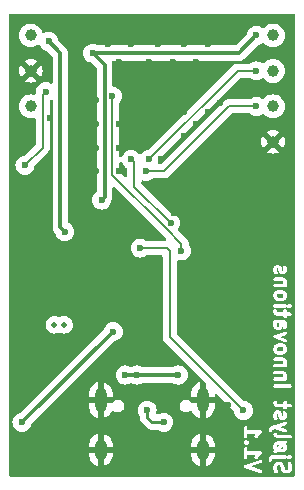
<source format=gbr>
%TF.GenerationSoftware,KiCad,Pcbnew,8.0.8*%
%TF.CreationDate,2025-07-23T19:23:50+02:00*%
%TF.ProjectId,liz_sensor,6c697a5f-7365-46e7-936f-722e6b696361,rev?*%
%TF.SameCoordinates,Original*%
%TF.FileFunction,Copper,L2,Bot*%
%TF.FilePolarity,Positive*%
%FSLAX46Y46*%
G04 Gerber Fmt 4.6, Leading zero omitted, Abs format (unit mm)*
G04 Created by KiCad (PCBNEW 8.0.8) date 2025-07-23 19:23:50*
%MOMM*%
%LPD*%
G01*
G04 APERTURE LIST*
%ADD10C,0.300000*%
%TA.AperFunction,ComponentPad*%
%ADD11C,1.000000*%
%TD*%
%TA.AperFunction,ComponentPad*%
%ADD12C,0.499999*%
%TD*%
%TA.AperFunction,HeatsinkPad*%
%ADD13O,1.000000X2.100000*%
%TD*%
%TA.AperFunction,HeatsinkPad*%
%ADD14O,1.000000X1.800000*%
%TD*%
%TA.AperFunction,ViaPad*%
%ADD15C,0.600000*%
%TD*%
%TA.AperFunction,Conductor*%
%ADD16C,0.200000*%
%TD*%
%TA.AperFunction,Conductor*%
%ADD17C,0.240000*%
%TD*%
%TA.AperFunction,Conductor*%
%ADD18C,0.300000*%
%TD*%
G04 APERTURE END LIST*
D10*
G36*
X163620659Y-119131255D02*
G01*
X163587857Y-119196858D01*
X163562757Y-119221957D01*
X163497154Y-119254760D01*
X163383410Y-119254760D01*
X163620659Y-119034457D01*
X163620659Y-119131255D01*
G37*
G36*
X163087326Y-119120301D02*
G01*
X163087326Y-119023504D01*
X163120128Y-118957899D01*
X163145227Y-118932799D01*
X163210831Y-118899998D01*
X163324576Y-118899998D01*
X163087326Y-119120301D01*
G37*
G36*
X163562756Y-110658990D02*
G01*
X163587857Y-110684091D01*
X163620659Y-110749695D01*
X163620659Y-110857446D01*
X163587857Y-110923049D01*
X163562757Y-110948148D01*
X163497154Y-110980951D01*
X163210831Y-110980951D01*
X163145227Y-110948149D01*
X163120128Y-110923050D01*
X163087326Y-110857446D01*
X163087326Y-110749695D01*
X163120128Y-110684090D01*
X163145227Y-110658990D01*
X163210831Y-110626189D01*
X163497154Y-110626189D01*
X163562756Y-110658990D01*
G37*
G36*
X163263516Y-108833636D02*
G01*
X163242188Y-108876290D01*
X163199535Y-108897618D01*
X163151308Y-108897618D01*
X163108653Y-108876290D01*
X163087326Y-108833636D01*
X163087326Y-108606838D01*
X163089555Y-108602380D01*
X163263516Y-108602380D01*
X163263516Y-108833636D01*
G37*
G36*
X163562756Y-106135181D02*
G01*
X163587857Y-106160282D01*
X163620659Y-106225886D01*
X163620659Y-106333637D01*
X163587857Y-106399240D01*
X163562757Y-106424339D01*
X163497154Y-106457142D01*
X163210831Y-106457142D01*
X163145227Y-106424340D01*
X163120128Y-106399241D01*
X163087326Y-106333637D01*
X163087326Y-106225886D01*
X163120128Y-106160281D01*
X163145227Y-106135181D01*
X163210831Y-106102380D01*
X163497154Y-106102380D01*
X163562756Y-106135181D01*
G37*
G36*
X164487326Y-121490474D02*
G01*
X162220659Y-121490474D01*
X162220659Y-120714284D01*
X162787326Y-120714284D01*
X162787326Y-121011903D01*
X162788784Y-121026714D01*
X162788504Y-121030664D01*
X162789685Y-121035858D01*
X162790208Y-121041167D01*
X162791725Y-121044829D01*
X162795024Y-121059337D01*
X162854547Y-121237908D01*
X162866536Y-121264759D01*
X162904883Y-121308973D01*
X162957231Y-121335147D01*
X163015611Y-121339296D01*
X163071135Y-121320788D01*
X163115349Y-121282440D01*
X163141523Y-121230093D01*
X163145672Y-121171713D01*
X163139152Y-121143039D01*
X163087326Y-120987562D01*
X163087326Y-120749694D01*
X163120128Y-120684089D01*
X163145226Y-120658991D01*
X163210831Y-120626189D01*
X163259059Y-120626189D01*
X163324662Y-120658990D01*
X163349762Y-120684090D01*
X163391037Y-120766640D01*
X163446567Y-120988760D01*
X163447337Y-120990915D01*
X163447414Y-120991997D01*
X163452076Y-121004182D01*
X163456460Y-121016451D01*
X163457104Y-121017320D01*
X163457923Y-121019460D01*
X163517446Y-121138508D01*
X163525376Y-121151106D01*
X163526891Y-121154763D01*
X163530268Y-121158879D01*
X163533111Y-121163394D01*
X163536106Y-121165991D01*
X163545546Y-121177494D01*
X163605070Y-121237017D01*
X163616571Y-121246455D01*
X163619167Y-121249449D01*
X163623679Y-121252289D01*
X163627801Y-121255672D01*
X163631462Y-121257188D01*
X163644053Y-121265114D01*
X163763101Y-121324638D01*
X163790565Y-121335148D01*
X163795940Y-121335529D01*
X163800919Y-121337592D01*
X163830183Y-121340474D01*
X163949230Y-121340474D01*
X163978494Y-121337592D01*
X163983471Y-121335530D01*
X163988849Y-121335148D01*
X164016312Y-121324638D01*
X164135360Y-121265114D01*
X164147950Y-121257188D01*
X164151612Y-121255672D01*
X164155733Y-121252289D01*
X164160246Y-121249449D01*
X164162842Y-121246455D01*
X164174343Y-121237017D01*
X164233867Y-121177494D01*
X164243306Y-121165991D01*
X164246301Y-121163395D01*
X164249142Y-121158880D01*
X164252522Y-121154763D01*
X164254037Y-121151104D01*
X164261966Y-121138509D01*
X164321490Y-121019461D01*
X164332000Y-120991997D01*
X164332381Y-120986621D01*
X164334444Y-120981643D01*
X164337326Y-120952379D01*
X164337326Y-120654760D01*
X164335867Y-120639948D01*
X164336148Y-120635999D01*
X164334966Y-120630804D01*
X164334444Y-120625496D01*
X164332927Y-120621834D01*
X164329628Y-120607325D01*
X164270104Y-120428755D01*
X164258116Y-120401904D01*
X164219768Y-120357689D01*
X164167421Y-120331516D01*
X164109041Y-120327367D01*
X164053517Y-120345875D01*
X164009302Y-120384223D01*
X163983129Y-120436570D01*
X163978980Y-120494950D01*
X163985500Y-120523623D01*
X164037326Y-120679102D01*
X164037326Y-120916969D01*
X164004524Y-120982572D01*
X163979424Y-121007671D01*
X163913820Y-121040474D01*
X163865593Y-121040474D01*
X163799988Y-121007671D01*
X163774888Y-120982572D01*
X163733614Y-120900021D01*
X163678085Y-120677904D01*
X163677314Y-120675748D01*
X163677238Y-120674666D01*
X163672576Y-120662485D01*
X163668192Y-120650212D01*
X163667546Y-120649340D01*
X163666728Y-120647202D01*
X163607204Y-120528154D01*
X163599276Y-120515560D01*
X163597761Y-120511901D01*
X163594379Y-120507781D01*
X163591539Y-120503268D01*
X163588545Y-120500671D01*
X163579106Y-120489170D01*
X163519582Y-120429646D01*
X163508080Y-120420206D01*
X163505483Y-120417212D01*
X163500969Y-120414371D01*
X163496851Y-120410991D01*
X163493190Y-120409474D01*
X163480597Y-120401548D01*
X163361551Y-120342025D01*
X163334087Y-120331515D01*
X163328711Y-120331133D01*
X163323733Y-120329071D01*
X163294469Y-120326189D01*
X163175421Y-120326189D01*
X163146157Y-120329071D01*
X163141178Y-120331133D01*
X163135803Y-120331515D01*
X163108340Y-120342025D01*
X162989292Y-120401547D01*
X162976693Y-120409477D01*
X162973037Y-120410992D01*
X162968920Y-120414369D01*
X162964406Y-120417212D01*
X162961808Y-120420207D01*
X162950306Y-120429647D01*
X162890783Y-120489171D01*
X162881344Y-120500671D01*
X162878351Y-120503268D01*
X162875510Y-120507780D01*
X162872128Y-120511902D01*
X162870611Y-120515563D01*
X162862686Y-120528154D01*
X162803162Y-120647202D01*
X162792652Y-120674665D01*
X162792269Y-120680042D01*
X162790208Y-120685020D01*
X162787326Y-120714284D01*
X162220659Y-120714284D01*
X162220659Y-120119046D01*
X162370659Y-120119046D01*
X162370659Y-120178570D01*
X162373541Y-120207834D01*
X162395939Y-120261906D01*
X162437323Y-120303290D01*
X162491395Y-120325688D01*
X162549923Y-120325688D01*
X162603995Y-120303290D01*
X162645379Y-120261906D01*
X162667777Y-120207834D01*
X162670659Y-120178570D01*
X162670659Y-120154456D01*
X162691986Y-120111801D01*
X162734641Y-120090474D01*
X163770659Y-120090474D01*
X163799923Y-120087592D01*
X163853995Y-120065194D01*
X163895379Y-120023810D01*
X163917777Y-119969738D01*
X163917777Y-119911210D01*
X163921160Y-119911210D01*
X163921160Y-119969738D01*
X163925923Y-119981236D01*
X163928318Y-119987018D01*
X163943556Y-120023808D01*
X163943557Y-120023809D01*
X163962212Y-120046540D01*
X164021736Y-120106064D01*
X164044467Y-120124719D01*
X164098539Y-120147116D01*
X164157065Y-120147116D01*
X164211138Y-120124719D01*
X164211142Y-120124714D01*
X164233868Y-120106064D01*
X164293392Y-120046540D01*
X164312047Y-120023809D01*
X164312048Y-120023808D01*
X164327286Y-119987018D01*
X164329681Y-119981236D01*
X164334444Y-119969738D01*
X164334444Y-119911210D01*
X164322137Y-119881499D01*
X164312047Y-119857138D01*
X164312041Y-119857132D01*
X164293391Y-119834407D01*
X164233867Y-119774884D01*
X164211136Y-119756229D01*
X164179462Y-119743109D01*
X164157066Y-119733833D01*
X164157064Y-119733833D01*
X164098538Y-119733833D01*
X164076142Y-119743109D01*
X164044468Y-119756229D01*
X164021737Y-119774884D01*
X163962213Y-119834407D01*
X163943558Y-119857138D01*
X163943557Y-119857139D01*
X163933467Y-119881499D01*
X163921160Y-119911210D01*
X163917777Y-119911210D01*
X163895379Y-119857138D01*
X163853995Y-119815754D01*
X163799923Y-119793356D01*
X163770659Y-119790474D01*
X162699230Y-119790474D01*
X162669966Y-119793356D01*
X162664988Y-119795417D01*
X162659611Y-119795800D01*
X162632148Y-119806310D01*
X162513101Y-119865834D01*
X162508210Y-119868912D01*
X162505899Y-119869683D01*
X162503020Y-119872179D01*
X162488215Y-119881499D01*
X162475892Y-119895707D01*
X162461684Y-119908030D01*
X162452364Y-119922835D01*
X162449868Y-119925714D01*
X162449097Y-119928025D01*
X162446019Y-119932916D01*
X162386495Y-120051964D01*
X162375985Y-120079427D01*
X162375602Y-120084804D01*
X162373541Y-120089782D01*
X162370659Y-120119046D01*
X162220659Y-120119046D01*
X162220659Y-118988094D01*
X162787326Y-118988094D01*
X162787326Y-119166665D01*
X162790208Y-119195929D01*
X162792269Y-119200906D01*
X162792652Y-119206284D01*
X162803162Y-119233747D01*
X162854525Y-119336473D01*
X162835258Y-119354365D01*
X162815775Y-119376390D01*
X162791392Y-119429596D01*
X162789226Y-119488082D01*
X162809606Y-119542946D01*
X162849432Y-119585835D01*
X162902638Y-119610218D01*
X162961124Y-119612384D01*
X163015988Y-119592004D01*
X163039394Y-119574203D01*
X163088220Y-119528864D01*
X163108339Y-119538924D01*
X163135803Y-119549434D01*
X163141178Y-119549815D01*
X163146157Y-119551878D01*
X163175421Y-119554760D01*
X163532564Y-119554760D01*
X163561828Y-119551878D01*
X163566808Y-119549814D01*
X163572183Y-119549433D01*
X163599646Y-119538924D01*
X163718694Y-119479400D01*
X163731285Y-119471473D01*
X163734945Y-119469958D01*
X163739066Y-119466575D01*
X163743579Y-119463735D01*
X163746174Y-119460741D01*
X163757676Y-119451303D01*
X163817200Y-119391780D01*
X163826639Y-119380277D01*
X163829634Y-119377681D01*
X163832475Y-119373166D01*
X163835855Y-119369049D01*
X163837370Y-119365390D01*
X163845299Y-119352795D01*
X163904823Y-119233747D01*
X163915333Y-119206283D01*
X163915714Y-119200907D01*
X163917777Y-119195929D01*
X163920659Y-119166665D01*
X163920659Y-118988094D01*
X163917777Y-118958830D01*
X163915714Y-118953851D01*
X163915333Y-118948476D01*
X163904823Y-118921012D01*
X163853459Y-118818285D01*
X163872727Y-118800394D01*
X163892210Y-118778370D01*
X163916593Y-118725163D01*
X163918759Y-118666677D01*
X163898379Y-118611813D01*
X163858553Y-118568924D01*
X163805347Y-118544541D01*
X163746861Y-118542375D01*
X163691997Y-118562755D01*
X163668591Y-118580556D01*
X163619765Y-118625893D01*
X163599646Y-118615834D01*
X163572183Y-118605325D01*
X163566808Y-118604943D01*
X163561828Y-118602880D01*
X163532564Y-118599998D01*
X163175421Y-118599998D01*
X163146157Y-118602880D01*
X163141178Y-118604942D01*
X163135803Y-118605324D01*
X163108339Y-118615834D01*
X162989291Y-118675358D01*
X162976695Y-118683286D01*
X162973037Y-118684802D01*
X162968919Y-118688181D01*
X162964405Y-118691023D01*
X162961808Y-118694017D01*
X162950306Y-118703457D01*
X162890783Y-118762981D01*
X162881344Y-118774481D01*
X162878351Y-118777078D01*
X162875510Y-118781590D01*
X162872128Y-118785712D01*
X162870611Y-118789373D01*
X162862686Y-118801964D01*
X162803162Y-118921012D01*
X162792652Y-118948475D01*
X162792269Y-118953852D01*
X162790208Y-118958830D01*
X162787326Y-118988094D01*
X162220659Y-118988094D01*
X162220659Y-118016951D01*
X162788504Y-118016951D01*
X162792652Y-118075332D01*
X162803162Y-118102795D01*
X162862686Y-118221843D01*
X162865766Y-118226737D01*
X162866536Y-118229045D01*
X162869028Y-118231918D01*
X162878351Y-118246729D01*
X162892563Y-118259055D01*
X162904883Y-118273260D01*
X162919686Y-118282578D01*
X162922566Y-118285076D01*
X162924877Y-118285846D01*
X162929768Y-118288925D01*
X163048815Y-118348448D01*
X163076279Y-118358958D01*
X163081654Y-118359339D01*
X163086633Y-118361402D01*
X163115897Y-118364284D01*
X164187326Y-118364284D01*
X164216590Y-118361402D01*
X164270662Y-118339004D01*
X164312046Y-118297620D01*
X164334444Y-118243548D01*
X164334444Y-118185020D01*
X164312046Y-118130948D01*
X164270662Y-118089564D01*
X164216590Y-118067166D01*
X164187326Y-118064284D01*
X163151306Y-118064284D01*
X163108653Y-118042957D01*
X163071490Y-117968631D01*
X163055825Y-117943745D01*
X163011610Y-117905399D01*
X162956088Y-117886891D01*
X162897707Y-117891039D01*
X162845358Y-117917214D01*
X162807012Y-117961429D01*
X162788504Y-118016951D01*
X162220659Y-118016951D01*
X162220659Y-117697332D01*
X162371837Y-117697332D01*
X162390345Y-117752854D01*
X162428691Y-117797069D01*
X162481040Y-117823244D01*
X162539421Y-117827392D01*
X162594943Y-117808884D01*
X162639158Y-117770538D01*
X162654823Y-117745652D01*
X162703460Y-117648376D01*
X162724002Y-117627835D01*
X162940331Y-117541303D01*
X163720209Y-117819831D01*
X163748737Y-117826960D01*
X163807192Y-117824053D01*
X163860084Y-117798999D01*
X163899364Y-117755610D01*
X163919049Y-117700492D01*
X163916142Y-117642037D01*
X163891088Y-117589145D01*
X163847700Y-117549865D01*
X163821110Y-117537309D01*
X163383307Y-117380951D01*
X163821110Y-117224593D01*
X163847700Y-117212037D01*
X163891088Y-117172757D01*
X163916142Y-117119865D01*
X163919049Y-117061410D01*
X163899364Y-117006292D01*
X163860084Y-116962903D01*
X163807192Y-116937849D01*
X163748737Y-116934942D01*
X163720209Y-116942071D01*
X162886876Y-117239690D01*
X162884329Y-117240892D01*
X162881618Y-117241679D01*
X162583998Y-117360728D01*
X162557898Y-117374272D01*
X162557233Y-117374920D01*
X162556373Y-117375277D01*
X162533642Y-117393932D01*
X162474118Y-117453455D01*
X162464678Y-117464956D01*
X162461684Y-117467554D01*
X162458842Y-117472068D01*
X162455463Y-117476186D01*
X162453947Y-117479844D01*
X162446019Y-117492440D01*
X162386495Y-117611488D01*
X162375985Y-117638951D01*
X162371837Y-117697332D01*
X162220659Y-117697332D01*
X162220659Y-116309522D01*
X162787326Y-116309522D01*
X162787326Y-116547618D01*
X162790208Y-116576882D01*
X162792271Y-116581862D01*
X162792653Y-116587237D01*
X162803162Y-116614700D01*
X162862686Y-116733748D01*
X162878351Y-116758633D01*
X162922567Y-116796980D01*
X162978089Y-116815487D01*
X163036469Y-116811339D01*
X163088818Y-116785164D01*
X163127165Y-116740949D01*
X163145672Y-116685426D01*
X163141524Y-116627046D01*
X163131014Y-116599583D01*
X163087326Y-116512207D01*
X163087326Y-116344932D01*
X163108653Y-116302278D01*
X163145659Y-116283775D01*
X163182665Y-116302278D01*
X163203992Y-116344931D01*
X163203992Y-116488094D01*
X163206874Y-116517358D01*
X163208937Y-116522338D01*
X163209319Y-116527713D01*
X163219828Y-116555176D01*
X163279352Y-116674224D01*
X163282433Y-116679118D01*
X163283202Y-116681425D01*
X163285693Y-116684297D01*
X163295017Y-116699109D01*
X163309225Y-116711431D01*
X163321548Y-116725640D01*
X163336357Y-116734962D01*
X163339233Y-116737456D01*
X163341542Y-116738225D01*
X163346434Y-116741305D01*
X163465482Y-116800829D01*
X163492946Y-116811339D01*
X163498321Y-116811720D01*
X163503300Y-116813783D01*
X163532564Y-116816665D01*
X163592088Y-116816665D01*
X163621352Y-116813783D01*
X163626332Y-116811719D01*
X163631707Y-116811338D01*
X163659170Y-116800829D01*
X163778218Y-116741305D01*
X163783109Y-116738225D01*
X163785419Y-116737456D01*
X163788295Y-116734961D01*
X163803103Y-116725640D01*
X163815424Y-116711432D01*
X163829634Y-116699109D01*
X163838956Y-116684299D01*
X163841450Y-116681424D01*
X163842219Y-116679114D01*
X163845299Y-116674223D01*
X163904823Y-116555176D01*
X163915333Y-116527713D01*
X163915715Y-116522335D01*
X163917777Y-116517358D01*
X163920659Y-116488094D01*
X163920659Y-116309522D01*
X163917777Y-116280258D01*
X163915715Y-116275280D01*
X163915333Y-116269903D01*
X163904823Y-116242440D01*
X163845299Y-116123393D01*
X163829634Y-116098507D01*
X163785419Y-116060160D01*
X163729896Y-116041653D01*
X163671516Y-116045802D01*
X163619167Y-116071976D01*
X163580820Y-116116191D01*
X163562313Y-116171714D01*
X163566462Y-116230094D01*
X163576971Y-116257557D01*
X163620659Y-116344933D01*
X163620659Y-116452683D01*
X163599331Y-116495337D01*
X163562325Y-116513840D01*
X163525319Y-116495337D01*
X163503992Y-116452683D01*
X163503992Y-116309522D01*
X163501110Y-116280258D01*
X163499047Y-116275279D01*
X163498666Y-116269904D01*
X163488156Y-116242440D01*
X163428633Y-116123393D01*
X163425554Y-116118502D01*
X163424784Y-116116191D01*
X163422286Y-116113311D01*
X163412968Y-116098508D01*
X163398763Y-116086188D01*
X163386437Y-116071976D01*
X163371626Y-116062653D01*
X163368753Y-116060161D01*
X163366445Y-116059391D01*
X163361551Y-116056311D01*
X163242503Y-115996787D01*
X163215040Y-115986277D01*
X163209662Y-115985894D01*
X163204685Y-115983833D01*
X163175421Y-115980951D01*
X163115897Y-115980951D01*
X163086633Y-115983833D01*
X163081655Y-115985894D01*
X163076278Y-115986277D01*
X163048815Y-115996787D01*
X162929768Y-116056311D01*
X162924876Y-116059390D01*
X162922567Y-116060160D01*
X162919691Y-116062653D01*
X162904882Y-116071976D01*
X162892558Y-116086185D01*
X162878351Y-116098507D01*
X162869029Y-116113314D01*
X162866535Y-116116191D01*
X162865765Y-116118500D01*
X162862686Y-116123392D01*
X162803162Y-116242440D01*
X162792653Y-116269903D01*
X162792271Y-116275277D01*
X162790208Y-116280258D01*
X162787326Y-116309522D01*
X162220659Y-116309522D01*
X162220659Y-115297617D01*
X162787326Y-115297617D01*
X162787326Y-115416665D01*
X162790208Y-115445929D01*
X162792269Y-115450906D01*
X162792652Y-115456284D01*
X162803162Y-115483747D01*
X162862686Y-115602795D01*
X162865766Y-115607689D01*
X162866536Y-115609997D01*
X162869028Y-115612870D01*
X162878351Y-115627681D01*
X162892563Y-115640007D01*
X162904883Y-115654212D01*
X162919686Y-115663530D01*
X162922566Y-115666028D01*
X162924877Y-115666798D01*
X162929768Y-115669877D01*
X163048815Y-115729400D01*
X163076279Y-115739910D01*
X163081654Y-115740291D01*
X163086633Y-115742354D01*
X163115897Y-115745236D01*
X163620659Y-115745236D01*
X163620659Y-115773808D01*
X163623541Y-115803072D01*
X163645939Y-115857144D01*
X163687323Y-115898528D01*
X163741395Y-115920926D01*
X163799923Y-115920926D01*
X163853995Y-115898528D01*
X163895379Y-115857144D01*
X163917777Y-115803072D01*
X163920659Y-115773808D01*
X163920659Y-115745236D01*
X164187326Y-115745236D01*
X164216590Y-115742354D01*
X164270662Y-115719956D01*
X164312046Y-115678572D01*
X164334444Y-115624500D01*
X164334444Y-115565972D01*
X164312046Y-115511900D01*
X164270662Y-115470516D01*
X164216590Y-115448118D01*
X164187326Y-115445236D01*
X163920659Y-115445236D01*
X163920659Y-115297617D01*
X163917777Y-115268353D01*
X163895379Y-115214281D01*
X163853995Y-115172897D01*
X163799923Y-115150499D01*
X163741395Y-115150499D01*
X163687323Y-115172897D01*
X163645939Y-115214281D01*
X163623541Y-115268353D01*
X163620659Y-115297617D01*
X163620659Y-115445236D01*
X163151306Y-115445236D01*
X163108653Y-115423909D01*
X163087326Y-115381255D01*
X163087326Y-115297617D01*
X163084444Y-115268353D01*
X163062046Y-115214281D01*
X163020662Y-115172897D01*
X162966590Y-115150499D01*
X162908062Y-115150499D01*
X162853990Y-115172897D01*
X162812606Y-115214281D01*
X162790208Y-115268353D01*
X162787326Y-115297617D01*
X162220659Y-115297617D01*
X162220659Y-113899305D01*
X162790208Y-113899305D01*
X162790208Y-113957833D01*
X162812606Y-114011905D01*
X162853990Y-114053289D01*
X162908062Y-114075687D01*
X162937326Y-114078569D01*
X164187326Y-114078569D01*
X164216590Y-114075687D01*
X164270662Y-114053289D01*
X164312046Y-114011905D01*
X164334444Y-113957833D01*
X164334444Y-113899305D01*
X164312046Y-113845233D01*
X164270662Y-113803849D01*
X164216590Y-113781451D01*
X164187326Y-113778569D01*
X162937326Y-113778569D01*
X162908062Y-113781451D01*
X162853990Y-113803849D01*
X162812606Y-113845233D01*
X162790208Y-113899305D01*
X162220659Y-113899305D01*
X162220659Y-112768353D01*
X162790208Y-112768353D01*
X162790208Y-112826881D01*
X162812606Y-112880953D01*
X162853990Y-112922337D01*
X162908062Y-112944735D01*
X162937326Y-112947617D01*
X163556678Y-112947617D01*
X163599331Y-112968944D01*
X163620659Y-113011599D01*
X163620659Y-113119350D01*
X163588669Y-113183331D01*
X162937326Y-113183331D01*
X162908062Y-113186213D01*
X162853990Y-113208611D01*
X162812606Y-113249995D01*
X162790208Y-113304067D01*
X162790208Y-113362595D01*
X162812606Y-113416667D01*
X162853990Y-113458051D01*
X162908062Y-113480449D01*
X162937326Y-113483331D01*
X163770659Y-113483331D01*
X163799923Y-113480449D01*
X163853995Y-113458051D01*
X163895379Y-113416667D01*
X163917777Y-113362595D01*
X163917777Y-113304067D01*
X163895379Y-113249995D01*
X163892290Y-113246906D01*
X163904823Y-113221842D01*
X163915333Y-113194378D01*
X163915714Y-113189002D01*
X163917777Y-113184024D01*
X163920659Y-113154760D01*
X163920659Y-112976189D01*
X163917777Y-112946925D01*
X163915714Y-112941946D01*
X163915333Y-112936571D01*
X163904823Y-112909107D01*
X163845299Y-112790059D01*
X163842219Y-112785167D01*
X163841450Y-112782858D01*
X163838956Y-112779982D01*
X163829634Y-112765173D01*
X163815425Y-112752850D01*
X163803103Y-112738642D01*
X163788291Y-112729318D01*
X163785419Y-112726827D01*
X163783112Y-112726058D01*
X163778218Y-112722977D01*
X163659170Y-112663453D01*
X163631707Y-112652944D01*
X163626332Y-112652562D01*
X163621352Y-112650499D01*
X163592088Y-112647617D01*
X162937326Y-112647617D01*
X162908062Y-112650499D01*
X162853990Y-112672897D01*
X162812606Y-112714281D01*
X162790208Y-112768353D01*
X162220659Y-112768353D01*
X162220659Y-111637401D01*
X162790208Y-111637401D01*
X162790208Y-111695929D01*
X162812606Y-111750001D01*
X162853990Y-111791385D01*
X162908062Y-111813783D01*
X162937326Y-111816665D01*
X163556678Y-111816665D01*
X163599331Y-111837992D01*
X163620659Y-111880647D01*
X163620659Y-111988398D01*
X163588669Y-112052379D01*
X162937326Y-112052379D01*
X162908062Y-112055261D01*
X162853990Y-112077659D01*
X162812606Y-112119043D01*
X162790208Y-112173115D01*
X162790208Y-112231643D01*
X162812606Y-112285715D01*
X162853990Y-112327099D01*
X162908062Y-112349497D01*
X162937326Y-112352379D01*
X163770659Y-112352379D01*
X163799923Y-112349497D01*
X163853995Y-112327099D01*
X163895379Y-112285715D01*
X163917777Y-112231643D01*
X163917777Y-112173115D01*
X163895379Y-112119043D01*
X163892290Y-112115954D01*
X163904823Y-112090890D01*
X163915333Y-112063426D01*
X163915714Y-112058050D01*
X163917777Y-112053072D01*
X163920659Y-112023808D01*
X163920659Y-111845237D01*
X163917777Y-111815973D01*
X163915714Y-111810994D01*
X163915333Y-111805619D01*
X163904823Y-111778155D01*
X163845299Y-111659107D01*
X163842219Y-111654215D01*
X163841450Y-111651906D01*
X163838956Y-111649030D01*
X163829634Y-111634221D01*
X163815425Y-111621898D01*
X163803103Y-111607690D01*
X163788291Y-111598366D01*
X163785419Y-111595875D01*
X163783112Y-111595106D01*
X163778218Y-111592025D01*
X163659170Y-111532501D01*
X163631707Y-111521992D01*
X163626332Y-111521610D01*
X163621352Y-111519547D01*
X163592088Y-111516665D01*
X162937326Y-111516665D01*
X162908062Y-111519547D01*
X162853990Y-111541945D01*
X162812606Y-111583329D01*
X162790208Y-111637401D01*
X162220659Y-111637401D01*
X162220659Y-110714285D01*
X162787326Y-110714285D01*
X162787326Y-110892856D01*
X162790208Y-110922120D01*
X162792269Y-110927097D01*
X162792652Y-110932475D01*
X162803162Y-110959938D01*
X162862686Y-111078986D01*
X162870613Y-111091579D01*
X162872129Y-111095239D01*
X162875510Y-111099358D01*
X162878351Y-111103872D01*
X162881345Y-111106468D01*
X162890784Y-111117970D01*
X162950307Y-111177493D01*
X162961809Y-111186933D01*
X162964405Y-111189926D01*
X162968914Y-111192764D01*
X162973037Y-111196148D01*
X162976699Y-111197664D01*
X162989291Y-111205591D01*
X163108339Y-111265115D01*
X163135803Y-111275625D01*
X163141178Y-111276006D01*
X163146157Y-111278069D01*
X163175421Y-111280951D01*
X163532564Y-111280951D01*
X163561828Y-111278069D01*
X163566808Y-111276005D01*
X163572183Y-111275624D01*
X163599646Y-111265115D01*
X163718694Y-111205591D01*
X163731285Y-111197664D01*
X163734945Y-111196149D01*
X163739066Y-111192766D01*
X163743579Y-111189926D01*
X163746174Y-111186932D01*
X163757676Y-111177494D01*
X163817200Y-111117971D01*
X163826639Y-111106468D01*
X163829634Y-111103872D01*
X163832475Y-111099357D01*
X163835855Y-111095240D01*
X163837370Y-111091581D01*
X163845299Y-111078986D01*
X163904823Y-110959938D01*
X163915333Y-110932474D01*
X163915714Y-110927098D01*
X163917777Y-110922120D01*
X163920659Y-110892856D01*
X163920659Y-110714285D01*
X163917777Y-110685021D01*
X163915714Y-110680042D01*
X163915333Y-110674667D01*
X163904823Y-110647203D01*
X163845299Y-110528155D01*
X163837371Y-110515561D01*
X163835856Y-110511902D01*
X163832474Y-110507782D01*
X163829634Y-110503269D01*
X163826640Y-110500672D01*
X163817201Y-110489171D01*
X163757677Y-110429647D01*
X163746175Y-110420207D01*
X163743579Y-110417214D01*
X163739065Y-110414372D01*
X163734946Y-110410992D01*
X163731287Y-110409476D01*
X163718694Y-110401549D01*
X163599646Y-110342025D01*
X163572183Y-110331516D01*
X163566808Y-110331134D01*
X163561828Y-110329071D01*
X163532564Y-110326189D01*
X163175421Y-110326189D01*
X163146157Y-110329071D01*
X163141178Y-110331133D01*
X163135803Y-110331515D01*
X163108339Y-110342025D01*
X162989291Y-110401549D01*
X162976695Y-110409477D01*
X162973037Y-110410993D01*
X162968919Y-110414372D01*
X162964405Y-110417214D01*
X162961808Y-110420208D01*
X162950306Y-110429648D01*
X162890783Y-110489172D01*
X162881344Y-110500672D01*
X162878351Y-110503269D01*
X162875510Y-110507781D01*
X162872128Y-110511903D01*
X162870611Y-110515564D01*
X162862686Y-110528155D01*
X162803162Y-110647203D01*
X162792652Y-110674666D01*
X162792269Y-110680043D01*
X162790208Y-110685021D01*
X162787326Y-110714285D01*
X162220659Y-110714285D01*
X162220659Y-109739982D01*
X162788936Y-109739982D01*
X162790026Y-109761904D01*
X162788936Y-109783826D01*
X162791469Y-109790918D01*
X162791843Y-109798437D01*
X162801237Y-109818269D01*
X162808621Y-109838944D01*
X162813674Y-109844526D01*
X162816897Y-109851329D01*
X162833169Y-109866060D01*
X162847901Y-109882333D01*
X162854703Y-109885555D01*
X162860286Y-109890609D01*
X162886876Y-109903165D01*
X163720209Y-110200784D01*
X163748737Y-110207913D01*
X163807192Y-110205006D01*
X163860084Y-110179952D01*
X163899364Y-110136563D01*
X163919049Y-110081445D01*
X163916142Y-110022990D01*
X163891088Y-109970098D01*
X163847700Y-109930818D01*
X163821110Y-109918262D01*
X163383307Y-109761904D01*
X163821110Y-109605546D01*
X163847700Y-109592990D01*
X163891088Y-109553710D01*
X163916142Y-109500818D01*
X163919049Y-109442363D01*
X163899364Y-109387245D01*
X163860084Y-109343856D01*
X163807192Y-109318802D01*
X163748737Y-109315895D01*
X163720209Y-109323024D01*
X162886876Y-109620643D01*
X162860286Y-109633199D01*
X162854703Y-109638252D01*
X162847901Y-109641475D01*
X162833169Y-109657747D01*
X162816897Y-109672479D01*
X162813674Y-109679281D01*
X162808621Y-109684864D01*
X162801237Y-109705538D01*
X162791843Y-109725371D01*
X162791469Y-109732889D01*
X162788936Y-109739982D01*
X162220659Y-109739982D01*
X162220659Y-108571428D01*
X162787326Y-108571428D01*
X162787326Y-108869047D01*
X162790208Y-108898311D01*
X162792271Y-108903291D01*
X162792653Y-108908666D01*
X162803162Y-108936129D01*
X162862686Y-109055177D01*
X162865765Y-109060068D01*
X162866535Y-109062378D01*
X162869029Y-109065254D01*
X162878351Y-109080062D01*
X162892558Y-109092383D01*
X162904882Y-109106593D01*
X162919691Y-109115915D01*
X162922567Y-109118409D01*
X162924876Y-109119178D01*
X162929768Y-109122258D01*
X163048815Y-109181782D01*
X163076278Y-109192292D01*
X163081655Y-109192674D01*
X163086633Y-109194736D01*
X163115897Y-109197618D01*
X163234945Y-109197618D01*
X163264209Y-109194736D01*
X163269189Y-109192672D01*
X163274564Y-109192291D01*
X163302027Y-109181782D01*
X163421075Y-109122258D01*
X163425966Y-109119178D01*
X163428276Y-109118409D01*
X163431152Y-109115914D01*
X163445960Y-109106593D01*
X163458281Y-109092385D01*
X163472491Y-109080062D01*
X163481813Y-109065252D01*
X163484307Y-109062377D01*
X163485076Y-109060067D01*
X163488156Y-109055176D01*
X163547680Y-108936129D01*
X163558190Y-108908666D01*
X163558572Y-108903288D01*
X163560634Y-108898311D01*
X163563516Y-108869047D01*
X163563516Y-108606838D01*
X163563931Y-108606006D01*
X163599331Y-108623707D01*
X163620659Y-108666362D01*
X163620659Y-108833636D01*
X163576971Y-108921012D01*
X163566462Y-108948475D01*
X163562313Y-109006855D01*
X163580820Y-109062378D01*
X163619167Y-109106593D01*
X163671516Y-109132767D01*
X163729896Y-109136916D01*
X163785419Y-109118409D01*
X163829634Y-109080062D01*
X163845299Y-109055176D01*
X163904823Y-108936129D01*
X163915333Y-108908666D01*
X163915715Y-108903288D01*
X163917777Y-108898311D01*
X163920659Y-108869047D01*
X163920659Y-108630952D01*
X163917777Y-108601688D01*
X163915714Y-108596709D01*
X163915333Y-108591334D01*
X163904823Y-108563870D01*
X163845299Y-108444822D01*
X163842219Y-108439930D01*
X163841450Y-108437621D01*
X163838956Y-108434745D01*
X163829634Y-108419936D01*
X163815425Y-108407613D01*
X163803103Y-108393405D01*
X163788291Y-108384081D01*
X163785419Y-108381590D01*
X163783112Y-108380821D01*
X163778218Y-108377740D01*
X163659170Y-108318216D01*
X163631707Y-108307707D01*
X163626332Y-108307325D01*
X163621352Y-108305262D01*
X163592088Y-108302380D01*
X162937326Y-108302380D01*
X162908062Y-108305262D01*
X162853990Y-108327660D01*
X162812606Y-108369044D01*
X162790208Y-108423116D01*
X162790208Y-108481644D01*
X162801457Y-108508800D01*
X162792652Y-108531809D01*
X162792269Y-108537186D01*
X162790208Y-108542164D01*
X162787326Y-108571428D01*
X162220659Y-108571428D01*
X162220659Y-107559523D01*
X162787326Y-107559523D01*
X162787326Y-107678571D01*
X162790208Y-107707835D01*
X162792269Y-107712812D01*
X162792652Y-107718190D01*
X162803162Y-107745653D01*
X162862686Y-107864701D01*
X162865766Y-107869595D01*
X162866536Y-107871903D01*
X162869028Y-107874776D01*
X162878351Y-107889587D01*
X162892563Y-107901913D01*
X162904883Y-107916118D01*
X162919686Y-107925436D01*
X162922566Y-107927934D01*
X162924877Y-107928704D01*
X162929768Y-107931783D01*
X163048815Y-107991306D01*
X163076279Y-108001816D01*
X163081654Y-108002197D01*
X163086633Y-108004260D01*
X163115897Y-108007142D01*
X163620659Y-108007142D01*
X163620659Y-108035714D01*
X163623541Y-108064978D01*
X163645939Y-108119050D01*
X163687323Y-108160434D01*
X163741395Y-108182832D01*
X163799923Y-108182832D01*
X163853995Y-108160434D01*
X163895379Y-108119050D01*
X163917777Y-108064978D01*
X163920659Y-108035714D01*
X163920659Y-108007142D01*
X164187326Y-108007142D01*
X164216590Y-108004260D01*
X164270662Y-107981862D01*
X164312046Y-107940478D01*
X164334444Y-107886406D01*
X164334444Y-107827878D01*
X164312046Y-107773806D01*
X164270662Y-107732422D01*
X164216590Y-107710024D01*
X164187326Y-107707142D01*
X163920659Y-107707142D01*
X163920659Y-107559523D01*
X163917777Y-107530259D01*
X163895379Y-107476187D01*
X163853995Y-107434803D01*
X163799923Y-107412405D01*
X163741395Y-107412405D01*
X163687323Y-107434803D01*
X163645939Y-107476187D01*
X163623541Y-107530259D01*
X163620659Y-107559523D01*
X163620659Y-107707142D01*
X163151306Y-107707142D01*
X163108653Y-107685815D01*
X163087326Y-107643161D01*
X163087326Y-107559523D01*
X163084444Y-107530259D01*
X163062046Y-107476187D01*
X163020662Y-107434803D01*
X162966590Y-107412405D01*
X162908062Y-107412405D01*
X162853990Y-107434803D01*
X162812606Y-107476187D01*
X162790208Y-107530259D01*
X162787326Y-107559523D01*
X162220659Y-107559523D01*
X162220659Y-107113592D01*
X162790208Y-107113592D01*
X162790208Y-107172120D01*
X162812606Y-107226192D01*
X162853990Y-107267576D01*
X162908062Y-107289974D01*
X162937326Y-107292856D01*
X163770659Y-107292856D01*
X163799923Y-107289974D01*
X163853995Y-107267576D01*
X163895379Y-107226192D01*
X163917777Y-107172120D01*
X163917777Y-107113593D01*
X163921160Y-107113593D01*
X163921160Y-107172119D01*
X163928318Y-107189400D01*
X163943556Y-107226190D01*
X163943557Y-107226191D01*
X163962212Y-107248922D01*
X164021736Y-107308446D01*
X164044467Y-107327101D01*
X164098539Y-107349498D01*
X164157065Y-107349498D01*
X164211138Y-107327101D01*
X164211142Y-107327096D01*
X164233868Y-107308446D01*
X164293392Y-107248922D01*
X164312047Y-107226191D01*
X164312048Y-107226190D01*
X164327286Y-107189400D01*
X164334444Y-107172119D01*
X164334444Y-107113593D01*
X164334031Y-107112597D01*
X164327287Y-107096314D01*
X164312047Y-107059520D01*
X164312041Y-107059514D01*
X164293391Y-107036789D01*
X164233867Y-106977266D01*
X164211136Y-106958611D01*
X164179462Y-106945491D01*
X164157066Y-106936215D01*
X164157064Y-106936215D01*
X164098538Y-106936215D01*
X164076142Y-106945491D01*
X164044468Y-106958611D01*
X164021737Y-106977266D01*
X163962213Y-107036789D01*
X163943558Y-107059520D01*
X163943557Y-107059521D01*
X163930437Y-107091195D01*
X163921573Y-107112597D01*
X163921160Y-107113593D01*
X163917777Y-107113593D01*
X163917777Y-107113592D01*
X163895379Y-107059520D01*
X163853995Y-107018136D01*
X163799923Y-106995738D01*
X163770659Y-106992856D01*
X162937326Y-106992856D01*
X162908062Y-106995738D01*
X162853990Y-107018136D01*
X162812606Y-107059520D01*
X162790208Y-107113592D01*
X162220659Y-107113592D01*
X162220659Y-106190476D01*
X162787326Y-106190476D01*
X162787326Y-106369047D01*
X162790208Y-106398311D01*
X162792269Y-106403288D01*
X162792652Y-106408666D01*
X162803162Y-106436129D01*
X162862686Y-106555177D01*
X162870613Y-106567770D01*
X162872129Y-106571430D01*
X162875510Y-106575549D01*
X162878351Y-106580063D01*
X162881345Y-106582659D01*
X162890784Y-106594161D01*
X162950307Y-106653684D01*
X162961809Y-106663124D01*
X162964405Y-106666117D01*
X162968914Y-106668955D01*
X162973037Y-106672339D01*
X162976699Y-106673855D01*
X162989291Y-106681782D01*
X163108339Y-106741306D01*
X163135803Y-106751816D01*
X163141178Y-106752197D01*
X163146157Y-106754260D01*
X163175421Y-106757142D01*
X163532564Y-106757142D01*
X163561828Y-106754260D01*
X163566808Y-106752196D01*
X163572183Y-106751815D01*
X163599646Y-106741306D01*
X163718694Y-106681782D01*
X163731285Y-106673855D01*
X163734945Y-106672340D01*
X163739066Y-106668957D01*
X163743579Y-106666117D01*
X163746174Y-106663123D01*
X163757676Y-106653685D01*
X163817200Y-106594162D01*
X163826639Y-106582659D01*
X163829634Y-106580063D01*
X163832475Y-106575548D01*
X163835855Y-106571431D01*
X163837370Y-106567772D01*
X163845299Y-106555177D01*
X163904823Y-106436129D01*
X163915333Y-106408665D01*
X163915714Y-106403289D01*
X163917777Y-106398311D01*
X163920659Y-106369047D01*
X163920659Y-106190476D01*
X163917777Y-106161212D01*
X163915714Y-106156233D01*
X163915333Y-106150858D01*
X163904823Y-106123394D01*
X163845299Y-106004346D01*
X163837371Y-105991752D01*
X163835856Y-105988093D01*
X163832474Y-105983973D01*
X163829634Y-105979460D01*
X163826640Y-105976863D01*
X163817201Y-105965362D01*
X163757677Y-105905838D01*
X163746175Y-105896398D01*
X163743579Y-105893405D01*
X163739065Y-105890563D01*
X163734946Y-105887183D01*
X163731287Y-105885667D01*
X163718694Y-105877740D01*
X163599646Y-105818216D01*
X163572183Y-105807707D01*
X163566808Y-105807325D01*
X163561828Y-105805262D01*
X163532564Y-105802380D01*
X163175421Y-105802380D01*
X163146157Y-105805262D01*
X163141178Y-105807324D01*
X163135803Y-105807706D01*
X163108339Y-105818216D01*
X162989291Y-105877740D01*
X162976695Y-105885668D01*
X162973037Y-105887184D01*
X162968919Y-105890563D01*
X162964405Y-105893405D01*
X162961808Y-105896399D01*
X162950306Y-105905839D01*
X162890783Y-105965363D01*
X162881344Y-105976863D01*
X162878351Y-105979460D01*
X162875510Y-105983972D01*
X162872128Y-105988094D01*
X162870611Y-105991755D01*
X162862686Y-106004346D01*
X162803162Y-106123394D01*
X162792652Y-106150857D01*
X162792269Y-106156234D01*
X162790208Y-106161212D01*
X162787326Y-106190476D01*
X162220659Y-106190476D01*
X162220659Y-104851688D01*
X162790208Y-104851688D01*
X162790208Y-104910216D01*
X162812606Y-104964288D01*
X162853990Y-105005672D01*
X162908062Y-105028070D01*
X162937326Y-105030952D01*
X163556678Y-105030952D01*
X163599331Y-105052279D01*
X163620659Y-105094934D01*
X163620659Y-105202685D01*
X163588669Y-105266666D01*
X162937326Y-105266666D01*
X162908062Y-105269548D01*
X162853990Y-105291946D01*
X162812606Y-105333330D01*
X162790208Y-105387402D01*
X162790208Y-105445930D01*
X162812606Y-105500002D01*
X162853990Y-105541386D01*
X162908062Y-105563784D01*
X162937326Y-105566666D01*
X163770659Y-105566666D01*
X163799923Y-105563784D01*
X163853995Y-105541386D01*
X163895379Y-105500002D01*
X163917777Y-105445930D01*
X163917777Y-105387402D01*
X163895379Y-105333330D01*
X163892290Y-105330241D01*
X163904823Y-105305177D01*
X163915333Y-105277713D01*
X163915714Y-105272337D01*
X163917777Y-105267359D01*
X163920659Y-105238095D01*
X163920659Y-105059524D01*
X163917777Y-105030260D01*
X163915714Y-105025281D01*
X163915333Y-105019906D01*
X163904823Y-104992442D01*
X163845299Y-104873394D01*
X163842219Y-104868502D01*
X163841450Y-104866193D01*
X163838956Y-104863317D01*
X163829634Y-104848508D01*
X163815425Y-104836185D01*
X163803103Y-104821977D01*
X163788291Y-104812653D01*
X163785419Y-104810162D01*
X163783112Y-104809393D01*
X163778218Y-104806312D01*
X163659170Y-104746788D01*
X163631707Y-104736279D01*
X163626332Y-104735897D01*
X163621352Y-104733834D01*
X163592088Y-104730952D01*
X162937326Y-104730952D01*
X162908062Y-104733834D01*
X162853990Y-104756232D01*
X162812606Y-104797616D01*
X162790208Y-104851688D01*
X162220659Y-104851688D01*
X162220659Y-103988095D01*
X162787326Y-103988095D01*
X162787326Y-104226191D01*
X162790208Y-104255455D01*
X162792271Y-104260435D01*
X162792653Y-104265810D01*
X162803162Y-104293273D01*
X162862686Y-104412321D01*
X162878351Y-104437206D01*
X162922567Y-104475553D01*
X162978089Y-104494060D01*
X163036469Y-104489912D01*
X163088818Y-104463737D01*
X163127165Y-104419522D01*
X163145672Y-104363999D01*
X163141524Y-104305619D01*
X163131014Y-104278156D01*
X163087326Y-104190780D01*
X163087326Y-104023505D01*
X163108653Y-103980851D01*
X163145659Y-103962348D01*
X163182665Y-103980851D01*
X163203992Y-104023504D01*
X163203992Y-104166667D01*
X163206874Y-104195931D01*
X163208937Y-104200911D01*
X163209319Y-104206286D01*
X163219828Y-104233749D01*
X163279352Y-104352797D01*
X163282433Y-104357691D01*
X163283202Y-104359998D01*
X163285693Y-104362870D01*
X163295017Y-104377682D01*
X163309225Y-104390004D01*
X163321548Y-104404213D01*
X163336357Y-104413535D01*
X163339233Y-104416029D01*
X163341542Y-104416798D01*
X163346434Y-104419878D01*
X163465482Y-104479402D01*
X163492946Y-104489912D01*
X163498321Y-104490293D01*
X163503300Y-104492356D01*
X163532564Y-104495238D01*
X163592088Y-104495238D01*
X163621352Y-104492356D01*
X163626332Y-104490292D01*
X163631707Y-104489911D01*
X163659170Y-104479402D01*
X163778218Y-104419878D01*
X163783109Y-104416798D01*
X163785419Y-104416029D01*
X163788295Y-104413534D01*
X163803103Y-104404213D01*
X163815424Y-104390005D01*
X163829634Y-104377682D01*
X163838956Y-104362872D01*
X163841450Y-104359997D01*
X163842219Y-104357687D01*
X163845299Y-104352796D01*
X163904823Y-104233749D01*
X163915333Y-104206286D01*
X163915715Y-104200908D01*
X163917777Y-104195931D01*
X163920659Y-104166667D01*
X163920659Y-103988095D01*
X163917777Y-103958831D01*
X163915715Y-103953853D01*
X163915333Y-103948476D01*
X163904823Y-103921013D01*
X163845299Y-103801966D01*
X163829634Y-103777080D01*
X163785419Y-103738733D01*
X163729896Y-103720226D01*
X163671516Y-103724375D01*
X163619167Y-103750549D01*
X163580820Y-103794764D01*
X163562313Y-103850287D01*
X163566462Y-103908667D01*
X163576971Y-103936130D01*
X163620659Y-104023506D01*
X163620659Y-104131256D01*
X163599331Y-104173910D01*
X163562325Y-104192413D01*
X163525319Y-104173910D01*
X163503992Y-104131256D01*
X163503992Y-103988095D01*
X163501110Y-103958831D01*
X163499047Y-103953852D01*
X163498666Y-103948477D01*
X163488156Y-103921013D01*
X163428633Y-103801966D01*
X163425554Y-103797075D01*
X163424784Y-103794764D01*
X163422286Y-103791884D01*
X163412968Y-103777081D01*
X163398763Y-103764761D01*
X163386437Y-103750549D01*
X163371626Y-103741226D01*
X163368753Y-103738734D01*
X163366445Y-103737964D01*
X163361551Y-103734884D01*
X163242503Y-103675360D01*
X163215040Y-103664850D01*
X163209662Y-103664467D01*
X163204685Y-103662406D01*
X163175421Y-103659524D01*
X163115897Y-103659524D01*
X163086633Y-103662406D01*
X163081655Y-103664467D01*
X163076278Y-103664850D01*
X163048815Y-103675360D01*
X162929768Y-103734884D01*
X162924876Y-103737963D01*
X162922567Y-103738733D01*
X162919691Y-103741226D01*
X162904882Y-103750549D01*
X162892558Y-103764758D01*
X162878351Y-103777080D01*
X162869029Y-103791887D01*
X162866535Y-103794764D01*
X162865765Y-103797073D01*
X162862686Y-103801965D01*
X162803162Y-103921013D01*
X162792653Y-103948476D01*
X162792271Y-103953850D01*
X162790208Y-103958831D01*
X162787326Y-103988095D01*
X162220659Y-103988095D01*
X162220659Y-103509524D01*
X164487326Y-103509524D01*
X164487326Y-121490474D01*
G37*
G36*
X161987326Y-121453584D02*
G01*
X160137326Y-121453584D01*
X160137326Y-120719333D01*
X160288504Y-120719333D01*
X160289837Y-120738093D01*
X160288504Y-120756854D01*
X160291893Y-120767021D01*
X160292653Y-120777714D01*
X160301064Y-120794537D01*
X160307012Y-120812379D01*
X160314034Y-120820475D01*
X160318827Y-120830061D01*
X160333035Y-120842384D01*
X160345359Y-120856593D01*
X160354944Y-120861385D01*
X160363041Y-120868408D01*
X160389892Y-120880396D01*
X161639892Y-121297064D01*
X161668566Y-121303584D01*
X161726946Y-121299434D01*
X161779293Y-121273260D01*
X161817640Y-121229046D01*
X161836149Y-121173522D01*
X161831999Y-121115142D01*
X161805826Y-121062794D01*
X161761611Y-121024447D01*
X161734760Y-121012459D01*
X160911667Y-120738094D01*
X161734760Y-120463731D01*
X161761611Y-120451742D01*
X161805825Y-120413395D01*
X161831998Y-120361048D01*
X161836148Y-120302668D01*
X161817640Y-120247143D01*
X161779292Y-120202929D01*
X161726945Y-120176755D01*
X161668565Y-120172606D01*
X161639891Y-120179126D01*
X160389892Y-120595791D01*
X160363041Y-120607780D01*
X160354944Y-120614802D01*
X160345359Y-120619595D01*
X160333035Y-120633803D01*
X160318827Y-120646127D01*
X160314034Y-120655712D01*
X160307012Y-120663809D01*
X160301064Y-120681650D01*
X160292653Y-120698474D01*
X160291893Y-120709165D01*
X160288504Y-120719333D01*
X160137326Y-120719333D01*
X160137326Y-119249999D01*
X160287326Y-119249999D01*
X160287326Y-119964284D01*
X160290208Y-119993548D01*
X160312606Y-120047620D01*
X160353990Y-120089004D01*
X160408062Y-120111402D01*
X160466590Y-120111402D01*
X160520662Y-120089004D01*
X160562046Y-120047620D01*
X160584444Y-119993548D01*
X160587326Y-119964284D01*
X160587326Y-119757141D01*
X161268771Y-119757141D01*
X161268366Y-119757782D01*
X161264986Y-119761902D01*
X161263470Y-119765560D01*
X161255543Y-119778154D01*
X161196019Y-119897202D01*
X161185510Y-119924665D01*
X161181361Y-119983045D01*
X161199868Y-120038568D01*
X161238215Y-120082783D01*
X161290564Y-120108957D01*
X161348944Y-120113106D01*
X161404467Y-120094599D01*
X161448682Y-120056252D01*
X161464347Y-120031366D01*
X161512984Y-119934090D01*
X161604316Y-119842758D01*
X161770531Y-119731948D01*
X161770611Y-119731881D01*
X161770662Y-119731861D01*
X161770773Y-119731749D01*
X161793282Y-119713318D01*
X161801547Y-119700975D01*
X161812046Y-119690477D01*
X161817669Y-119676900D01*
X161825848Y-119664688D01*
X161828760Y-119650126D01*
X161834444Y-119636405D01*
X161834444Y-119621708D01*
X161837326Y-119607298D01*
X161834444Y-119592729D01*
X161834444Y-119577877D01*
X161828819Y-119564299D01*
X161825968Y-119549884D01*
X161817729Y-119537526D01*
X161812046Y-119523805D01*
X161801656Y-119513415D01*
X161793503Y-119501185D01*
X161781160Y-119492919D01*
X161770662Y-119482421D01*
X161757085Y-119476797D01*
X161744873Y-119468619D01*
X161730310Y-119465706D01*
X161716590Y-119460023D01*
X161687637Y-119457171D01*
X161687484Y-119457141D01*
X161687431Y-119457151D01*
X161687326Y-119457141D01*
X160587326Y-119457141D01*
X160587326Y-119249999D01*
X160584444Y-119220735D01*
X160562046Y-119166663D01*
X160520662Y-119125279D01*
X160466590Y-119102881D01*
X160408062Y-119102881D01*
X160353990Y-119125279D01*
X160312606Y-119166663D01*
X160290208Y-119220735D01*
X160287326Y-119249999D01*
X160137326Y-119249999D01*
X160137326Y-118685020D01*
X160290208Y-118685020D01*
X160290208Y-118743548D01*
X160297365Y-118760827D01*
X160297366Y-118760828D01*
X160312604Y-118797618D01*
X160312605Y-118797619D01*
X160331260Y-118820350D01*
X160390784Y-118879874D01*
X160413514Y-118898528D01*
X160413516Y-118898530D01*
X160445191Y-118911649D01*
X160467587Y-118920926D01*
X160467588Y-118920926D01*
X160526114Y-118920926D01*
X160541950Y-118914365D01*
X160580186Y-118898529D01*
X160580191Y-118898523D01*
X160602917Y-118879873D01*
X160662440Y-118820349D01*
X160681095Y-118797618D01*
X160696333Y-118760828D01*
X160696334Y-118760827D01*
X160703491Y-118743548D01*
X160703491Y-118685020D01*
X160696334Y-118667742D01*
X160681094Y-118630948D01*
X160662439Y-118608218D01*
X160602916Y-118548695D01*
X160580185Y-118530040D01*
X160548511Y-118516920D01*
X160526114Y-118507643D01*
X160526113Y-118507643D01*
X160467587Y-118507643D01*
X160445191Y-118516919D01*
X160413516Y-118530039D01*
X160390785Y-118548694D01*
X160331261Y-118608217D01*
X160312606Y-118630948D01*
X160312605Y-118630949D01*
X160299485Y-118662623D01*
X160290208Y-118685020D01*
X160137326Y-118685020D01*
X160137326Y-117464285D01*
X160287326Y-117464285D01*
X160287326Y-118178570D01*
X160290208Y-118207834D01*
X160312606Y-118261906D01*
X160353990Y-118303290D01*
X160408062Y-118325688D01*
X160466590Y-118325688D01*
X160520662Y-118303290D01*
X160562046Y-118261906D01*
X160584444Y-118207834D01*
X160587326Y-118178570D01*
X160587326Y-117971427D01*
X161268771Y-117971427D01*
X161268366Y-117972068D01*
X161264986Y-117976188D01*
X161263470Y-117979846D01*
X161255543Y-117992440D01*
X161196019Y-118111488D01*
X161185510Y-118138951D01*
X161181361Y-118197331D01*
X161199868Y-118252854D01*
X161238215Y-118297069D01*
X161290564Y-118323243D01*
X161348944Y-118327392D01*
X161404467Y-118308885D01*
X161448682Y-118270538D01*
X161464347Y-118245652D01*
X161512984Y-118148376D01*
X161604316Y-118057044D01*
X161770531Y-117946234D01*
X161770611Y-117946167D01*
X161770662Y-117946147D01*
X161770773Y-117946035D01*
X161793282Y-117927604D01*
X161801547Y-117915261D01*
X161812046Y-117904763D01*
X161817669Y-117891186D01*
X161825848Y-117878974D01*
X161828760Y-117864412D01*
X161834444Y-117850691D01*
X161834444Y-117835994D01*
X161837326Y-117821584D01*
X161834444Y-117807015D01*
X161834444Y-117792163D01*
X161828819Y-117778585D01*
X161825968Y-117764170D01*
X161817729Y-117751812D01*
X161812046Y-117738091D01*
X161801656Y-117727701D01*
X161793503Y-117715471D01*
X161781160Y-117707205D01*
X161770662Y-117696707D01*
X161757085Y-117691083D01*
X161744873Y-117682905D01*
X161730310Y-117679992D01*
X161716590Y-117674309D01*
X161687637Y-117671457D01*
X161687484Y-117671427D01*
X161687431Y-117671437D01*
X161687326Y-117671427D01*
X160587326Y-117671427D01*
X160587326Y-117464285D01*
X160584444Y-117435021D01*
X160562046Y-117380949D01*
X160520662Y-117339565D01*
X160466590Y-117317167D01*
X160408062Y-117317167D01*
X160353990Y-117339565D01*
X160312606Y-117380949D01*
X160290208Y-117435021D01*
X160287326Y-117464285D01*
X160137326Y-117464285D01*
X160137326Y-117167167D01*
X161987326Y-117167167D01*
X161987326Y-121453584D01*
G37*
D11*
%TO.P,GND1,1,1*%
%TO.N,GND*%
X142250000Y-87250000D03*
%TD*%
%TO.P,SDA1,1,1*%
%TO.N,/I2C_SDA*%
X162750000Y-90250000D03*
%TD*%
%TO.P,GND2,1,1*%
%TO.N,GND*%
X162750000Y-93250000D03*
%TD*%
%TO.P,SCL1,1,1*%
%TO.N,/I2C_SCL*%
X162750000Y-87250000D03*
%TD*%
%TO.P,3V3,1,1*%
%TO.N,/3V3*%
X162750000Y-84250000D03*
%TD*%
%TO.P,GPIO1,1,1*%
%TO.N,Net-(GPIO1-Pad1)*%
X142250000Y-90250000D03*
%TD*%
D12*
%TO.P,PS1,V*%
%TO.N,N/C*%
X145049998Y-108750000D03*
X144250000Y-108750000D03*
%TD*%
D11*
%TO.P,12VP1,1,1*%
%TO.N,/12V_P*%
X142250000Y-84250000D03*
%TD*%
D13*
%TO.P,J1,S1,SHIELD*%
%TO.N,GND*%
X148180000Y-115145000D03*
D14*
X148180000Y-119325000D03*
D13*
X156820000Y-115145000D03*
D14*
X156820000Y-119325000D03*
%TD*%
D15*
%TO.N,/GPIO2*%
X154099265Y-100150735D03*
X150750000Y-94750000D03*
%TO.N,GND*%
X146750000Y-94750000D03*
X155100000Y-107500000D03*
X156250000Y-84000000D03*
X153250000Y-94750000D03*
X157250000Y-94750000D03*
X161350000Y-93250000D03*
X150750000Y-87100000D03*
X153250000Y-90750000D03*
X155250000Y-90750000D03*
X157250000Y-85000000D03*
X158250000Y-84000000D03*
X153000000Y-87100000D03*
X154400000Y-99250000D03*
X149750000Y-84000000D03*
X156250000Y-88000000D03*
X149300000Y-113600000D03*
X149700000Y-102700000D03*
X155250000Y-87100000D03*
X155250000Y-89250000D03*
X156250000Y-86500000D03*
X149750000Y-86500000D03*
X153000000Y-85000000D03*
X158250000Y-90000000D03*
X158250000Y-93750000D03*
X155700000Y-113600000D03*
X146200000Y-98700000D03*
X156250000Y-95750000D03*
X148750000Y-85000000D03*
X146000000Y-107750000D03*
X149750000Y-95750000D03*
X149200000Y-112800000D03*
X146750000Y-92750000D03*
X155250000Y-92750000D03*
X147750000Y-95750000D03*
X155250000Y-85000000D03*
X142750000Y-103900000D03*
X151750000Y-93750000D03*
X146750000Y-85000000D03*
X146236936Y-102062573D03*
X158936593Y-115563407D03*
X157250000Y-87100000D03*
X151500000Y-110000000D03*
X147750000Y-91750000D03*
X141750000Y-102000000D03*
X147200000Y-103750000D03*
X151750000Y-89000000D03*
X157250000Y-90750000D03*
X147750000Y-84000000D03*
X159000000Y-119750000D03*
X150750000Y-92750000D03*
X143250000Y-109750000D03*
X154250000Y-84000000D03*
X151750000Y-84000000D03*
X143750000Y-87250000D03*
X159125000Y-103125000D03*
X145750000Y-116250000D03*
X147750000Y-89750000D03*
X158250000Y-95750000D03*
X147612500Y-106862500D03*
X146000000Y-119750000D03*
X151750000Y-90750000D03*
X153250000Y-89000000D03*
X150750000Y-85000000D03*
X147750000Y-93750000D03*
X154250000Y-86500000D03*
X149750000Y-93750000D03*
X146750000Y-89250000D03*
X149750000Y-88000000D03*
X143250000Y-107750000D03*
X152250000Y-86500000D03*
X143900000Y-91200000D03*
X149750000Y-91750000D03*
X146750000Y-90750000D03*
X156250000Y-91750000D03*
%TO.N,/GPIO0*%
X155000000Y-102500000D03*
X149150000Y-89375000D03*
%TO.N,/USB_P*%
X152100000Y-116000000D03*
X153500000Y-117000000D03*
%TO.N,/3V3*%
X147488068Y-85750000D03*
X151500000Y-102250000D03*
X160250000Y-116000000D03*
X148250000Y-98200000D03*
X161350000Y-84250000D03*
%TO.N,/12V_P*%
X145125000Y-100875000D03*
X143750000Y-84750000D03*
%TO.N,/GPIO1*%
X143500000Y-89000000D03*
X141750000Y-95250000D03*
%TO.N,/I2C_SDA*%
X152000000Y-95750000D03*
X161350000Y-90250000D03*
%TO.N,/I2C_SCL*%
X161350000Y-87250000D03*
X152250000Y-94750000D03*
%TO.N,/5V_USB*%
X149231018Y-109325000D03*
X141500000Y-117000000D03*
X150250000Y-113000000D03*
X154750000Y-113000000D03*
X151250000Y-113000000D03*
%TD*%
D16*
%TO.N,/3V3*%
X153750000Y-102250000D02*
X151500000Y-102250000D01*
X154000000Y-102500000D02*
X153750000Y-102250000D01*
%TO.N,/GPIO2*%
X151000000Y-97051470D02*
X154099265Y-100150735D01*
X150750000Y-94750000D02*
X151000000Y-95000000D01*
X151000000Y-95000000D02*
X151000000Y-97051470D01*
%TO.N,/GPIO0*%
X149150000Y-96050000D02*
X153750000Y-100650000D01*
X153750000Y-100650000D02*
X153750000Y-100651471D01*
X153750000Y-100651471D02*
X155000000Y-101901471D01*
X149150000Y-89375000D02*
X149150000Y-96050000D01*
X155000000Y-101901471D02*
X155000000Y-102500000D01*
D17*
%TO.N,/USB_P*%
X152100000Y-116600000D02*
X152500000Y-117000000D01*
X152100000Y-116000000D02*
X152100000Y-116600000D01*
X152500000Y-117000000D02*
X153500000Y-117000000D01*
D18*
%TO.N,/3V3*%
X147488068Y-85750000D02*
X159850000Y-85750000D01*
X147488068Y-85750000D02*
X148500000Y-86761932D01*
D16*
X154000000Y-109750000D02*
X160250000Y-116000000D01*
D18*
X148500000Y-97950000D02*
X148250000Y-98200000D01*
X159850000Y-85750000D02*
X161350000Y-84250000D01*
X148500000Y-86761932D02*
X148500000Y-97950000D01*
D16*
X154000000Y-102500000D02*
X154000000Y-109750000D01*
D18*
%TO.N,/12V_P*%
X144750000Y-85750000D02*
X143750000Y-84750000D01*
X144750000Y-100500000D02*
X144750000Y-85750000D01*
X145125000Y-100875000D02*
X144750000Y-100500000D01*
D16*
%TO.N,/GPIO1*%
X143250000Y-93750000D02*
X143250000Y-89250000D01*
X141750000Y-95250000D02*
X143250000Y-93750000D01*
X143250000Y-89250000D02*
X143500000Y-89000000D01*
%TO.N,/I2C_SDA*%
X159000000Y-90250000D02*
X153500000Y-95750000D01*
X153500000Y-95750000D02*
X152000000Y-95750000D01*
X161350000Y-90250000D02*
X159000000Y-90250000D01*
%TO.N,/I2C_SCL*%
X161350000Y-87250000D02*
X159750000Y-87250000D01*
X159750000Y-87250000D02*
X152250000Y-94750000D01*
D18*
%TO.N,/5V_USB*%
X141500000Y-117000000D02*
X149175000Y-109325000D01*
X149175000Y-109325000D02*
X149231018Y-109325000D01*
X150250000Y-113000000D02*
X151250000Y-113000000D01*
X154750000Y-113000000D02*
X151250000Y-113000000D01*
%TD*%
%TA.AperFunction,Conductor*%
%TO.N,GND*%
G36*
X149955703Y-94953401D02*
G01*
X149991542Y-95006160D01*
X150024210Y-95099521D01*
X150120184Y-95252262D01*
X150247740Y-95379818D01*
X150341471Y-95438712D01*
X150387763Y-95491046D01*
X150399500Y-95543706D01*
X150399500Y-96150903D01*
X150379815Y-96217942D01*
X150327011Y-96263697D01*
X150257853Y-96273641D01*
X150194297Y-96244616D01*
X150187819Y-96238584D01*
X149786819Y-95837584D01*
X149753334Y-95776261D01*
X149750500Y-95749903D01*
X149750500Y-95047114D01*
X149770185Y-94980075D01*
X149822989Y-94934320D01*
X149892147Y-94924376D01*
X149955703Y-94953401D01*
G37*
%TD.AperFunction*%
%TA.AperFunction,Conductor*%
G36*
X164542539Y-82420185D02*
G01*
X164588294Y-82472989D01*
X164599500Y-82524500D01*
X164599500Y-121475500D01*
X164579815Y-121542539D01*
X164527011Y-121588294D01*
X164475500Y-121599500D01*
X140524500Y-121599500D01*
X140457461Y-121579815D01*
X140411706Y-121527011D01*
X140400500Y-121475500D01*
X140400500Y-121347199D01*
X162363934Y-121347199D01*
X164344051Y-121347199D01*
X164344051Y-103652799D01*
X162363934Y-103652799D01*
X162363934Y-121347199D01*
X140400500Y-121347199D01*
X140400500Y-121311486D01*
X160280601Y-121311486D01*
X161845170Y-121311486D01*
X161845170Y-117306581D01*
X160280601Y-117306581D01*
X160280601Y-121311486D01*
X140400500Y-121311486D01*
X140400500Y-118826504D01*
X147180000Y-118826504D01*
X147180000Y-119075000D01*
X147880000Y-119075000D01*
X147880000Y-119575000D01*
X147180000Y-119575000D01*
X147180000Y-119823495D01*
X147218427Y-120016681D01*
X147218430Y-120016693D01*
X147293807Y-120198671D01*
X147293814Y-120198684D01*
X147403248Y-120362462D01*
X147403251Y-120362466D01*
X147542533Y-120501748D01*
X147542537Y-120501751D01*
X147706315Y-120611185D01*
X147706328Y-120611192D01*
X147888308Y-120686569D01*
X147930000Y-120694862D01*
X147930000Y-119891988D01*
X147939940Y-119909205D01*
X147995795Y-119965060D01*
X148064204Y-120004556D01*
X148140504Y-120025000D01*
X148219496Y-120025000D01*
X148295796Y-120004556D01*
X148364205Y-119965060D01*
X148420060Y-119909205D01*
X148430000Y-119891988D01*
X148430000Y-120694862D01*
X148471690Y-120686569D01*
X148471692Y-120686569D01*
X148653671Y-120611192D01*
X148653684Y-120611185D01*
X148817462Y-120501751D01*
X148817466Y-120501748D01*
X148956748Y-120362466D01*
X148956751Y-120362462D01*
X149066185Y-120198684D01*
X149066192Y-120198671D01*
X149141569Y-120016693D01*
X149141572Y-120016681D01*
X149179999Y-119823495D01*
X149180000Y-119823492D01*
X149180000Y-119575000D01*
X148480000Y-119575000D01*
X148480000Y-119075000D01*
X149180000Y-119075000D01*
X149180000Y-118826508D01*
X149179999Y-118826504D01*
X155820000Y-118826504D01*
X155820000Y-119075000D01*
X156520000Y-119075000D01*
X156520000Y-119575000D01*
X155820000Y-119575000D01*
X155820000Y-119823495D01*
X155858427Y-120016681D01*
X155858430Y-120016693D01*
X155933807Y-120198671D01*
X155933814Y-120198684D01*
X156043248Y-120362462D01*
X156043251Y-120362466D01*
X156182533Y-120501748D01*
X156182537Y-120501751D01*
X156346315Y-120611185D01*
X156346328Y-120611192D01*
X156528308Y-120686569D01*
X156570000Y-120694862D01*
X156570000Y-119891988D01*
X156579940Y-119909205D01*
X156635795Y-119965060D01*
X156704204Y-120004556D01*
X156780504Y-120025000D01*
X156859496Y-120025000D01*
X156935796Y-120004556D01*
X157004205Y-119965060D01*
X157060060Y-119909205D01*
X157070000Y-119891988D01*
X157070000Y-120694862D01*
X157111690Y-120686569D01*
X157111692Y-120686569D01*
X157293671Y-120611192D01*
X157293684Y-120611185D01*
X157457462Y-120501751D01*
X157457466Y-120501748D01*
X157596748Y-120362466D01*
X157596751Y-120362462D01*
X157706185Y-120198684D01*
X157706192Y-120198671D01*
X157781569Y-120016693D01*
X157781572Y-120016681D01*
X157819999Y-119823495D01*
X157820000Y-119823492D01*
X157820000Y-119575000D01*
X157120000Y-119575000D01*
X157120000Y-119075000D01*
X157820000Y-119075000D01*
X157820000Y-118826508D01*
X157819999Y-118826504D01*
X157781572Y-118633318D01*
X157781569Y-118633306D01*
X157706192Y-118451328D01*
X157706185Y-118451315D01*
X157596751Y-118287537D01*
X157596748Y-118287533D01*
X157457466Y-118148251D01*
X157457462Y-118148248D01*
X157293684Y-118038814D01*
X157293671Y-118038807D01*
X157111691Y-117963429D01*
X157111683Y-117963427D01*
X157070000Y-117955135D01*
X157070000Y-118758011D01*
X157060060Y-118740795D01*
X157004205Y-118684940D01*
X156935796Y-118645444D01*
X156859496Y-118625000D01*
X156780504Y-118625000D01*
X156704204Y-118645444D01*
X156635795Y-118684940D01*
X156579940Y-118740795D01*
X156570000Y-118758011D01*
X156570000Y-117955136D01*
X156569999Y-117955135D01*
X156528316Y-117963427D01*
X156528308Y-117963429D01*
X156346328Y-118038807D01*
X156346315Y-118038814D01*
X156182537Y-118148248D01*
X156182533Y-118148251D01*
X156043251Y-118287533D01*
X156043248Y-118287537D01*
X155933814Y-118451315D01*
X155933807Y-118451328D01*
X155858430Y-118633306D01*
X155858427Y-118633318D01*
X155820000Y-118826504D01*
X149179999Y-118826504D01*
X149141572Y-118633318D01*
X149141569Y-118633306D01*
X149066192Y-118451328D01*
X149066185Y-118451315D01*
X148956751Y-118287537D01*
X148956748Y-118287533D01*
X148817466Y-118148251D01*
X148817462Y-118148248D01*
X148653684Y-118038814D01*
X148653671Y-118038807D01*
X148471691Y-117963429D01*
X148471683Y-117963427D01*
X148430000Y-117955135D01*
X148430000Y-118758011D01*
X148420060Y-118740795D01*
X148364205Y-118684940D01*
X148295796Y-118645444D01*
X148219496Y-118625000D01*
X148140504Y-118625000D01*
X148064204Y-118645444D01*
X147995795Y-118684940D01*
X147939940Y-118740795D01*
X147930000Y-118758011D01*
X147930000Y-117955136D01*
X147929999Y-117955135D01*
X147888316Y-117963427D01*
X147888308Y-117963429D01*
X147706328Y-118038807D01*
X147706315Y-118038814D01*
X147542537Y-118148248D01*
X147542533Y-118148251D01*
X147403251Y-118287533D01*
X147403248Y-118287537D01*
X147293814Y-118451315D01*
X147293807Y-118451328D01*
X147218430Y-118633306D01*
X147218427Y-118633318D01*
X147180000Y-118826504D01*
X140400500Y-118826504D01*
X140400500Y-116999996D01*
X140694435Y-116999996D01*
X140694435Y-117000003D01*
X140714630Y-117179249D01*
X140714631Y-117179254D01*
X140774211Y-117349523D01*
X140857436Y-117481974D01*
X140870184Y-117502262D01*
X140997738Y-117629816D01*
X141150478Y-117725789D01*
X141320745Y-117785368D01*
X141320750Y-117785369D01*
X141499996Y-117805565D01*
X141500000Y-117805565D01*
X141500004Y-117805565D01*
X141679249Y-117785369D01*
X141679252Y-117785368D01*
X141679255Y-117785368D01*
X141849522Y-117725789D01*
X142002262Y-117629816D01*
X142129816Y-117502262D01*
X142225789Y-117349522D01*
X142285368Y-117179255D01*
X142286182Y-117172025D01*
X142313245Y-117107611D01*
X142321712Y-117098232D01*
X144923440Y-114496504D01*
X147180000Y-114496504D01*
X147180000Y-114895000D01*
X147880000Y-114895000D01*
X147880000Y-115395000D01*
X147180000Y-115395000D01*
X147180000Y-115793495D01*
X147218427Y-115986681D01*
X147218430Y-115986693D01*
X147293807Y-116168671D01*
X147293814Y-116168684D01*
X147403248Y-116332462D01*
X147403251Y-116332466D01*
X147542533Y-116471748D01*
X147542537Y-116471751D01*
X147706315Y-116581185D01*
X147706328Y-116581192D01*
X147888308Y-116656569D01*
X147930000Y-116664862D01*
X147930000Y-115861988D01*
X147939940Y-115879205D01*
X147995795Y-115935060D01*
X148064204Y-115974556D01*
X148140504Y-115995000D01*
X148219496Y-115995000D01*
X148295796Y-115974556D01*
X148364205Y-115935060D01*
X148420060Y-115879205D01*
X148430000Y-115861988D01*
X148430000Y-116664862D01*
X148471690Y-116656569D01*
X148471692Y-116656569D01*
X148653671Y-116581192D01*
X148653684Y-116581185D01*
X148817462Y-116471751D01*
X148817466Y-116471748D01*
X148956748Y-116332466D01*
X148956751Y-116332462D01*
X149066185Y-116168684D01*
X149066190Y-116168674D01*
X149090160Y-116110804D01*
X149134000Y-116056399D01*
X149200293Y-116034333D01*
X149267993Y-116051611D01*
X149280375Y-116061229D01*
X149280890Y-116060559D01*
X149287338Y-116065507D01*
X149319144Y-116083870D01*
X149407164Y-116134688D01*
X149540817Y-116170500D01*
X149540819Y-116170500D01*
X149679181Y-116170500D01*
X149679183Y-116170500D01*
X149812836Y-116134688D01*
X149932665Y-116065505D01*
X149998174Y-115999996D01*
X151294435Y-115999996D01*
X151294435Y-116000003D01*
X151314630Y-116179249D01*
X151314631Y-116179254D01*
X151365488Y-116324594D01*
X151374211Y-116349522D01*
X151393047Y-116379500D01*
X151460494Y-116486840D01*
X151479500Y-116552812D01*
X151479500Y-116661119D01*
X151503343Y-116780986D01*
X151503344Y-116780990D01*
X151503345Y-116780993D01*
X151526733Y-116837455D01*
X151550120Y-116893917D01*
X151590826Y-116954839D01*
X151590827Y-116954840D01*
X151590826Y-116954840D01*
X151604426Y-116975192D01*
X151618026Y-116995546D01*
X151618028Y-116995548D01*
X151618031Y-116995552D01*
X152104454Y-117481974D01*
X152104457Y-117481977D01*
X152122719Y-117494178D01*
X152134814Y-117502259D01*
X152134817Y-117502263D01*
X152134818Y-117502262D01*
X152206083Y-117549880D01*
X152319007Y-117596654D01*
X152348364Y-117602493D01*
X152438883Y-117620500D01*
X152438886Y-117620500D01*
X152947188Y-117620500D01*
X153013159Y-117639505D01*
X153150478Y-117725789D01*
X153320745Y-117785368D01*
X153320750Y-117785369D01*
X153499996Y-117805565D01*
X153500000Y-117805565D01*
X153500004Y-117805565D01*
X153679249Y-117785369D01*
X153679252Y-117785368D01*
X153679255Y-117785368D01*
X153849522Y-117725789D01*
X154002262Y-117629816D01*
X154129816Y-117502262D01*
X154225789Y-117349522D01*
X154285368Y-117179255D01*
X154285369Y-117179249D01*
X154305565Y-117000003D01*
X154305565Y-116999996D01*
X154285369Y-116820750D01*
X154285368Y-116820745D01*
X154225788Y-116650476D01*
X154138512Y-116511578D01*
X154129816Y-116497738D01*
X154002262Y-116370184D01*
X153969377Y-116349521D01*
X153849523Y-116274211D01*
X153679254Y-116214631D01*
X153679249Y-116214630D01*
X153500004Y-116194435D01*
X153499996Y-116194435D01*
X153320750Y-116214630D01*
X153320745Y-116214631D01*
X153150476Y-116274211D01*
X153068116Y-116325962D01*
X153000879Y-116344962D01*
X152934044Y-116324594D01*
X152888830Y-116271326D01*
X152879593Y-116202070D01*
X152885104Y-116180008D01*
X152885368Y-116179255D01*
X152885369Y-116179249D01*
X152905565Y-116000003D01*
X152905565Y-115999996D01*
X152885369Y-115820750D01*
X152885368Y-115820745D01*
X152848080Y-115714182D01*
X152825789Y-115650478D01*
X152729816Y-115497738D01*
X152602262Y-115370184D01*
X152526108Y-115322333D01*
X152449523Y-115274211D01*
X152279254Y-115214631D01*
X152279249Y-115214630D01*
X152100004Y-115194435D01*
X152099996Y-115194435D01*
X151920750Y-115214630D01*
X151920745Y-115214631D01*
X151750476Y-115274211D01*
X151597737Y-115370184D01*
X151470184Y-115497737D01*
X151374211Y-115650476D01*
X151314631Y-115820745D01*
X151314630Y-115820750D01*
X151294435Y-115999996D01*
X149998174Y-115999996D01*
X150030505Y-115967665D01*
X150099688Y-115847836D01*
X150135500Y-115714183D01*
X150135500Y-115575817D01*
X150099688Y-115442164D01*
X150030505Y-115322335D01*
X149932665Y-115224495D01*
X149932664Y-115224494D01*
X149932661Y-115224492D01*
X149812838Y-115155313D01*
X149812837Y-115155312D01*
X149812836Y-115155312D01*
X149679183Y-115119500D01*
X149540817Y-115119500D01*
X149407164Y-115155312D01*
X149407161Y-115155313D01*
X149287338Y-115224492D01*
X149287333Y-115224496D01*
X149189494Y-115322335D01*
X149183337Y-115333001D01*
X149132769Y-115381216D01*
X149075950Y-115395000D01*
X148480000Y-115395000D01*
X148480000Y-114895000D01*
X149180000Y-114895000D01*
X149180000Y-114496508D01*
X149179999Y-114496504D01*
X149141572Y-114303318D01*
X149141569Y-114303306D01*
X149066192Y-114121328D01*
X149066185Y-114121315D01*
X148956751Y-113957537D01*
X148956748Y-113957533D01*
X148817466Y-113818251D01*
X148817462Y-113818248D01*
X148653684Y-113708814D01*
X148653671Y-113708807D01*
X148471691Y-113633429D01*
X148471683Y-113633427D01*
X148430000Y-113625135D01*
X148430000Y-114428011D01*
X148420060Y-114410795D01*
X148364205Y-114354940D01*
X148295796Y-114315444D01*
X148219496Y-114295000D01*
X148140504Y-114295000D01*
X148064204Y-114315444D01*
X147995795Y-114354940D01*
X147939940Y-114410795D01*
X147930000Y-114428011D01*
X147930000Y-113625136D01*
X147929999Y-113625135D01*
X147888316Y-113633427D01*
X147888308Y-113633429D01*
X147706328Y-113708807D01*
X147706315Y-113708814D01*
X147542537Y-113818248D01*
X147542533Y-113818251D01*
X147403251Y-113957533D01*
X147403248Y-113957537D01*
X147293814Y-114121315D01*
X147293807Y-114121328D01*
X147218430Y-114303306D01*
X147218427Y-114303318D01*
X147180000Y-114496504D01*
X144923440Y-114496504D01*
X146419948Y-112999996D01*
X149444435Y-112999996D01*
X149444435Y-113000003D01*
X149464630Y-113179249D01*
X149464631Y-113179254D01*
X149524211Y-113349523D01*
X149620184Y-113502262D01*
X149747738Y-113629816D01*
X149810904Y-113669506D01*
X149900474Y-113725787D01*
X149900478Y-113725789D01*
X150070739Y-113785366D01*
X150070745Y-113785368D01*
X150070750Y-113785369D01*
X150249996Y-113805565D01*
X150250000Y-113805565D01*
X150250004Y-113805565D01*
X150429249Y-113785369D01*
X150429251Y-113785368D01*
X150429255Y-113785368D01*
X150429258Y-113785366D01*
X150429262Y-113785366D01*
X150519377Y-113753832D01*
X150599522Y-113725789D01*
X150684027Y-113672690D01*
X150751264Y-113653690D01*
X150815972Y-113672690D01*
X150900478Y-113725789D01*
X150900481Y-113725790D01*
X151070737Y-113785366D01*
X151070743Y-113785367D01*
X151070745Y-113785368D01*
X151070746Y-113785368D01*
X151070750Y-113785369D01*
X151249996Y-113805565D01*
X151250000Y-113805565D01*
X151250004Y-113805565D01*
X151429249Y-113785369D01*
X151429251Y-113785368D01*
X151429255Y-113785368D01*
X151429258Y-113785366D01*
X151429262Y-113785366D01*
X151519377Y-113753832D01*
X151599522Y-113725789D01*
X151689096Y-113669505D01*
X151755068Y-113650500D01*
X154244932Y-113650500D01*
X154310904Y-113669506D01*
X154400477Y-113725789D01*
X154400481Y-113725790D01*
X154570737Y-113785366D01*
X154570743Y-113785367D01*
X154570745Y-113785368D01*
X154570746Y-113785368D01*
X154570750Y-113785369D01*
X154749996Y-113805565D01*
X154750000Y-113805565D01*
X154750004Y-113805565D01*
X154929249Y-113785369D01*
X154929252Y-113785368D01*
X154929255Y-113785368D01*
X155099522Y-113725789D01*
X155252262Y-113629816D01*
X155379816Y-113502262D01*
X155475789Y-113349522D01*
X155535368Y-113179255D01*
X155555565Y-113000000D01*
X155535368Y-112820745D01*
X155475789Y-112650478D01*
X155379816Y-112497738D01*
X155252262Y-112370184D01*
X155184027Y-112327309D01*
X155099523Y-112274211D01*
X154929254Y-112214631D01*
X154929249Y-112214630D01*
X154750004Y-112194435D01*
X154749996Y-112194435D01*
X154570750Y-112214630D01*
X154570737Y-112214633D01*
X154400481Y-112274209D01*
X154400477Y-112274210D01*
X154310904Y-112330494D01*
X154244932Y-112349500D01*
X151755068Y-112349500D01*
X151689096Y-112330494D01*
X151599522Y-112274210D01*
X151599518Y-112274209D01*
X151429262Y-112214633D01*
X151429249Y-112214630D01*
X151250004Y-112194435D01*
X151249996Y-112194435D01*
X151070750Y-112214630D01*
X151070737Y-112214633D01*
X150900481Y-112274209D01*
X150900477Y-112274211D01*
X150815972Y-112327309D01*
X150748735Y-112346309D01*
X150684028Y-112327309D01*
X150599522Y-112274211D01*
X150599518Y-112274209D01*
X150429262Y-112214633D01*
X150429249Y-112214630D01*
X150250004Y-112194435D01*
X150249996Y-112194435D01*
X150070750Y-112214630D01*
X150070745Y-112214631D01*
X149900476Y-112274211D01*
X149747737Y-112370184D01*
X149620184Y-112497737D01*
X149524211Y-112650476D01*
X149464631Y-112820745D01*
X149464630Y-112820750D01*
X149444435Y-112999996D01*
X146419948Y-112999996D01*
X149266111Y-110153833D01*
X149327432Y-110120350D01*
X149339908Y-110118296D01*
X149410267Y-110110369D01*
X149410270Y-110110368D01*
X149410273Y-110110368D01*
X149580540Y-110050789D01*
X149733280Y-109954816D01*
X149860834Y-109827262D01*
X149956807Y-109674522D01*
X150016386Y-109504255D01*
X150018408Y-109486312D01*
X150036583Y-109325003D01*
X150036583Y-109324996D01*
X150016387Y-109145750D01*
X150016386Y-109145745D01*
X149992573Y-109077691D01*
X149956807Y-108975478D01*
X149860834Y-108822738D01*
X149733280Y-108695184D01*
X149580541Y-108599211D01*
X149410272Y-108539631D01*
X149410267Y-108539630D01*
X149231022Y-108519435D01*
X149231014Y-108519435D01*
X149051768Y-108539630D01*
X149051763Y-108539631D01*
X148881494Y-108599211D01*
X148728755Y-108695184D01*
X148601202Y-108822737D01*
X148505230Y-108975475D01*
X148505229Y-108975476D01*
X148461101Y-109101586D01*
X148431741Y-109148311D01*
X141401775Y-116178277D01*
X141340452Y-116211762D01*
X141327988Y-116213815D01*
X141320752Y-116214630D01*
X141320744Y-116214632D01*
X141150478Y-116274210D01*
X140997737Y-116370184D01*
X140870184Y-116497737D01*
X140774211Y-116650476D01*
X140714631Y-116820745D01*
X140714630Y-116820750D01*
X140694435Y-116999996D01*
X140400500Y-116999996D01*
X140400500Y-108749997D01*
X143494752Y-108749997D01*
X143494752Y-108750002D01*
X143513686Y-108918053D01*
X143513687Y-108918056D01*
X143569545Y-109077691D01*
X143612307Y-109145745D01*
X143659523Y-109220889D01*
X143779111Y-109340477D01*
X143922310Y-109430455D01*
X144081942Y-109486312D01*
X144081943Y-109486312D01*
X144081946Y-109486313D01*
X144249997Y-109505248D01*
X144250000Y-109505248D01*
X144250003Y-109505248D01*
X144418053Y-109486313D01*
X144418054Y-109486312D01*
X144418058Y-109486312D01*
X144577690Y-109430455D01*
X144584024Y-109426474D01*
X144651260Y-109407473D01*
X144715973Y-109426474D01*
X144722308Y-109430455D01*
X144881940Y-109486312D01*
X144881941Y-109486312D01*
X144881944Y-109486313D01*
X145049995Y-109505248D01*
X145049998Y-109505248D01*
X145050001Y-109505248D01*
X145218051Y-109486313D01*
X145218052Y-109486312D01*
X145218056Y-109486312D01*
X145377688Y-109430455D01*
X145520887Y-109340477D01*
X145640475Y-109220889D01*
X145730453Y-109077690D01*
X145786310Y-108918058D01*
X145797051Y-108822738D01*
X145805246Y-108750002D01*
X145805246Y-108749997D01*
X145786311Y-108581946D01*
X145786310Y-108581943D01*
X145771504Y-108539630D01*
X145730453Y-108422310D01*
X145640475Y-108279111D01*
X145520887Y-108159523D01*
X145414264Y-108092527D01*
X145377689Y-108069545D01*
X145218054Y-108013687D01*
X145218051Y-108013686D01*
X145050001Y-107994752D01*
X145049995Y-107994752D01*
X144881944Y-108013686D01*
X144881941Y-108013687D01*
X144722306Y-108069545D01*
X144715970Y-108073527D01*
X144648733Y-108092527D01*
X144584028Y-108073527D01*
X144577691Y-108069545D01*
X144418056Y-108013687D01*
X144418053Y-108013686D01*
X144250003Y-107994752D01*
X144249997Y-107994752D01*
X144081946Y-108013686D01*
X144081943Y-108013687D01*
X143922308Y-108069545D01*
X143779110Y-108159523D01*
X143659523Y-108279110D01*
X143569545Y-108422308D01*
X143513687Y-108581943D01*
X143513686Y-108581946D01*
X143494752Y-108749997D01*
X140400500Y-108749997D01*
X140400500Y-95249996D01*
X140944435Y-95249996D01*
X140944435Y-95250003D01*
X140964630Y-95429249D01*
X140964631Y-95429254D01*
X141024211Y-95599523D01*
X141118702Y-95749903D01*
X141120184Y-95752262D01*
X141247738Y-95879816D01*
X141400478Y-95975789D01*
X141570745Y-96035368D01*
X141570750Y-96035369D01*
X141749996Y-96055565D01*
X141750000Y-96055565D01*
X141750004Y-96055565D01*
X141929249Y-96035369D01*
X141929252Y-96035368D01*
X141929255Y-96035368D01*
X142099522Y-95975789D01*
X142252262Y-95879816D01*
X142379816Y-95752262D01*
X142475789Y-95599522D01*
X142535368Y-95429255D01*
X142545161Y-95342329D01*
X142572226Y-95277918D01*
X142580690Y-95268543D01*
X143608506Y-94240728D01*
X143608511Y-94240724D01*
X143618714Y-94230520D01*
X143618716Y-94230520D01*
X143730520Y-94118716D01*
X143809577Y-93981784D01*
X143850500Y-93829057D01*
X143850500Y-89793706D01*
X143870185Y-89726667D01*
X143908552Y-89688697D01*
X143909554Y-89688067D01*
X143976795Y-89669085D01*
X144043625Y-89689468D01*
X144088826Y-89742747D01*
X144099500Y-89793078D01*
X144099500Y-100564073D01*
X144123602Y-100685242D01*
X144123603Y-100685242D01*
X144124499Y-100689744D01*
X144124501Y-100689750D01*
X144173533Y-100808124D01*
X144173534Y-100808126D01*
X144173535Y-100808127D01*
X144218219Y-100875003D01*
X144244726Y-100914673D01*
X144303277Y-100973224D01*
X144336762Y-101034547D01*
X144338815Y-101047012D01*
X144339630Y-101054246D01*
X144339632Y-101054255D01*
X144399210Y-101224521D01*
X144495184Y-101377262D01*
X144622738Y-101504816D01*
X144653605Y-101524211D01*
X144773426Y-101599500D01*
X144775478Y-101600789D01*
X144858430Y-101629815D01*
X144945745Y-101660368D01*
X144945750Y-101660369D01*
X145124996Y-101680565D01*
X145125000Y-101680565D01*
X145125004Y-101680565D01*
X145304249Y-101660369D01*
X145304252Y-101660368D01*
X145304255Y-101660368D01*
X145474522Y-101600789D01*
X145627262Y-101504816D01*
X145754816Y-101377262D01*
X145850789Y-101224522D01*
X145910368Y-101054255D01*
X145926095Y-100914673D01*
X145930565Y-100875003D01*
X145930565Y-100874996D01*
X145910369Y-100695750D01*
X145910368Y-100695745D01*
X145906693Y-100685242D01*
X145850789Y-100525478D01*
X145754816Y-100372738D01*
X145627262Y-100245184D01*
X145474522Y-100149211D01*
X145474521Y-100149210D01*
X145474520Y-100149210D01*
X145470698Y-100147369D01*
X145468654Y-100145523D01*
X145468626Y-100145506D01*
X145468629Y-100145501D01*
X145418838Y-100100546D01*
X145400500Y-100035649D01*
X145400500Y-85749996D01*
X146682503Y-85749996D01*
X146682503Y-85750003D01*
X146702698Y-85929249D01*
X146702699Y-85929254D01*
X146762279Y-86099523D01*
X146853475Y-86244659D01*
X146858252Y-86252262D01*
X146985806Y-86379816D01*
X147040353Y-86414090D01*
X147120789Y-86464632D01*
X147138546Y-86475789D01*
X147308813Y-86535368D01*
X147316042Y-86536182D01*
X147380456Y-86563246D01*
X147389844Y-86571722D01*
X147813181Y-86995059D01*
X147846666Y-87056382D01*
X147849500Y-87082740D01*
X147849500Y-97437710D01*
X147829815Y-97504749D01*
X147791472Y-97542704D01*
X147747738Y-97570183D01*
X147620184Y-97697737D01*
X147524211Y-97850476D01*
X147464631Y-98020745D01*
X147464630Y-98020750D01*
X147444435Y-98199996D01*
X147444435Y-98200003D01*
X147464630Y-98379249D01*
X147464631Y-98379254D01*
X147524211Y-98549523D01*
X147620184Y-98702262D01*
X147747738Y-98829816D01*
X147900478Y-98925789D01*
X148070745Y-98985368D01*
X148070750Y-98985369D01*
X148249996Y-99005565D01*
X148250000Y-99005565D01*
X148250004Y-99005565D01*
X148429249Y-98985369D01*
X148429252Y-98985368D01*
X148429255Y-98985368D01*
X148599522Y-98925789D01*
X148752262Y-98829816D01*
X148879816Y-98702262D01*
X148975789Y-98549522D01*
X149035368Y-98379255D01*
X149040073Y-98337486D01*
X149060190Y-98282482D01*
X149076465Y-98258127D01*
X149125501Y-98139744D01*
X149126258Y-98135938D01*
X149126261Y-98135938D01*
X149126261Y-98135920D01*
X149150500Y-98014069D01*
X149150500Y-97199097D01*
X149170185Y-97132058D01*
X149222989Y-97086303D01*
X149292147Y-97076359D01*
X149355703Y-97105384D01*
X149362181Y-97111416D01*
X153258876Y-101008111D01*
X153269372Y-101020078D01*
X153269478Y-101020184D01*
X153269480Y-101020187D01*
X153381284Y-101131991D01*
X153381286Y-101131992D01*
X153388352Y-101139058D01*
X153388351Y-101139058D01*
X153388355Y-101139061D01*
X153687113Y-101437819D01*
X153720598Y-101499142D01*
X153715614Y-101568834D01*
X153673742Y-101624767D01*
X153608278Y-101649184D01*
X153599432Y-101649500D01*
X152082412Y-101649500D01*
X152015373Y-101629815D01*
X152005097Y-101622445D01*
X152002263Y-101620185D01*
X152002262Y-101620184D01*
X151920539Y-101568834D01*
X151849523Y-101524211D01*
X151679254Y-101464631D01*
X151679249Y-101464630D01*
X151500004Y-101444435D01*
X151499996Y-101444435D01*
X151320750Y-101464630D01*
X151320745Y-101464631D01*
X151150476Y-101524211D01*
X150997737Y-101620184D01*
X150870184Y-101747737D01*
X150774211Y-101900476D01*
X150714631Y-102070745D01*
X150714630Y-102070750D01*
X150694435Y-102249996D01*
X150694435Y-102250003D01*
X150714630Y-102429249D01*
X150714631Y-102429254D01*
X150774211Y-102599523D01*
X150870184Y-102752262D01*
X150997738Y-102879816D01*
X151088080Y-102936582D01*
X151148426Y-102974500D01*
X151150478Y-102975789D01*
X151320745Y-103035368D01*
X151320750Y-103035369D01*
X151499996Y-103055565D01*
X151500000Y-103055565D01*
X151500004Y-103055565D01*
X151679249Y-103035369D01*
X151679252Y-103035368D01*
X151679255Y-103035368D01*
X151849522Y-102975789D01*
X152002262Y-102879816D01*
X152002267Y-102879810D01*
X152005097Y-102877555D01*
X152007275Y-102876665D01*
X152008158Y-102876111D01*
X152008255Y-102876265D01*
X152069783Y-102851145D01*
X152082412Y-102850500D01*
X153275500Y-102850500D01*
X153342539Y-102870185D01*
X153388294Y-102922989D01*
X153399500Y-102974500D01*
X153399500Y-109663330D01*
X153399499Y-109663348D01*
X153399499Y-109829054D01*
X153399498Y-109829054D01*
X153440423Y-109981785D01*
X153469358Y-110031900D01*
X153469359Y-110031904D01*
X153469360Y-110031904D01*
X153514660Y-110110368D01*
X153519479Y-110118714D01*
X153519481Y-110118717D01*
X153638349Y-110237585D01*
X153638354Y-110237589D01*
X157033681Y-113632917D01*
X157067166Y-113694239D01*
X157070000Y-113720597D01*
X157070000Y-114428011D01*
X157060060Y-114410795D01*
X157004205Y-114354940D01*
X156935796Y-114315444D01*
X156859496Y-114295000D01*
X156780504Y-114295000D01*
X156704204Y-114315444D01*
X156635795Y-114354940D01*
X156579940Y-114410795D01*
X156570000Y-114428011D01*
X156570000Y-113625136D01*
X156569999Y-113625135D01*
X156528316Y-113633427D01*
X156528308Y-113633429D01*
X156346328Y-113708807D01*
X156346315Y-113708814D01*
X156182537Y-113818248D01*
X156182533Y-113818251D01*
X156043251Y-113957533D01*
X156043248Y-113957537D01*
X155933814Y-114121315D01*
X155933807Y-114121328D01*
X155858430Y-114303306D01*
X155858427Y-114303318D01*
X155820000Y-114496504D01*
X155820000Y-114895000D01*
X156520000Y-114895000D01*
X156520000Y-115395000D01*
X155924050Y-115395000D01*
X155857011Y-115375315D01*
X155816663Y-115333001D01*
X155810505Y-115322335D01*
X155712666Y-115224496D01*
X155712661Y-115224492D01*
X155592838Y-115155313D01*
X155592837Y-115155312D01*
X155592836Y-115155312D01*
X155459183Y-115119500D01*
X155320817Y-115119500D01*
X155187164Y-115155312D01*
X155187161Y-115155313D01*
X155067338Y-115224492D01*
X155067333Y-115224496D01*
X154969496Y-115322333D01*
X154969492Y-115322338D01*
X154900313Y-115442161D01*
X154900312Y-115442164D01*
X154864500Y-115575817D01*
X154864500Y-115714183D01*
X154893055Y-115820750D01*
X154900312Y-115847835D01*
X154900313Y-115847838D01*
X154969492Y-115967661D01*
X154969494Y-115967664D01*
X154969495Y-115967665D01*
X155067335Y-116065505D01*
X155067336Y-116065506D01*
X155067338Y-116065507D01*
X155099144Y-116083870D01*
X155187164Y-116134688D01*
X155320817Y-116170500D01*
X155320819Y-116170500D01*
X155459181Y-116170500D01*
X155459183Y-116170500D01*
X155592836Y-116134688D01*
X155712665Y-116065505D01*
X155712669Y-116065500D01*
X155719110Y-116060559D01*
X155721133Y-116063196D01*
X155768830Y-116037107D01*
X155838525Y-116042040D01*
X155894489Y-116083870D01*
X155909838Y-116110802D01*
X155933807Y-116168672D01*
X155933814Y-116168684D01*
X156043248Y-116332462D01*
X156043251Y-116332466D01*
X156182533Y-116471748D01*
X156182537Y-116471751D01*
X156346315Y-116581185D01*
X156346328Y-116581192D01*
X156528308Y-116656569D01*
X156570000Y-116664862D01*
X156570000Y-115861988D01*
X156579940Y-115879205D01*
X156635795Y-115935060D01*
X156704204Y-115974556D01*
X156780504Y-115995000D01*
X156859496Y-115995000D01*
X156935796Y-115974556D01*
X157004205Y-115935060D01*
X157060060Y-115879205D01*
X157070000Y-115861988D01*
X157070000Y-116664862D01*
X157111690Y-116656569D01*
X157111692Y-116656569D01*
X157293671Y-116581192D01*
X157293684Y-116581185D01*
X157457462Y-116471751D01*
X157457466Y-116471748D01*
X157596748Y-116332466D01*
X157596751Y-116332462D01*
X157706185Y-116168684D01*
X157706192Y-116168671D01*
X157781569Y-115986693D01*
X157781572Y-115986681D01*
X157819999Y-115793495D01*
X157820000Y-115793492D01*
X157820000Y-115395000D01*
X157120000Y-115395000D01*
X157120000Y-114895000D01*
X157820000Y-114895000D01*
X157820000Y-114718597D01*
X157839685Y-114651558D01*
X157892489Y-114605803D01*
X157961647Y-114595859D01*
X158025203Y-114624884D01*
X158031670Y-114630905D01*
X158733765Y-115333001D01*
X159419298Y-116018534D01*
X159452783Y-116079857D01*
X159454837Y-116092331D01*
X159464630Y-116179249D01*
X159524210Y-116349521D01*
X159543047Y-116379500D01*
X159620184Y-116502262D01*
X159747738Y-116629816D01*
X159900478Y-116725789D01*
X160058222Y-116780986D01*
X160070745Y-116785368D01*
X160070750Y-116785369D01*
X160249996Y-116805565D01*
X160250000Y-116805565D01*
X160250004Y-116805565D01*
X160429249Y-116785369D01*
X160429252Y-116785368D01*
X160429255Y-116785368D01*
X160599522Y-116725789D01*
X160752262Y-116629816D01*
X160879816Y-116502262D01*
X160975789Y-116349522D01*
X161035368Y-116179255D01*
X161035369Y-116179249D01*
X161055565Y-116000003D01*
X161055565Y-115999996D01*
X161035369Y-115820750D01*
X161035368Y-115820745D01*
X160998080Y-115714182D01*
X160975789Y-115650478D01*
X160879816Y-115497738D01*
X160752262Y-115370184D01*
X160676108Y-115322333D01*
X160599521Y-115274210D01*
X160429249Y-115214630D01*
X160342331Y-115204837D01*
X160277917Y-115177770D01*
X160268534Y-115169298D01*
X154636819Y-109537583D01*
X154603334Y-109476260D01*
X154600500Y-109449902D01*
X154600500Y-103383062D01*
X154620185Y-103316023D01*
X154672989Y-103270268D01*
X154742147Y-103260324D01*
X154765448Y-103266018D01*
X154820745Y-103285368D01*
X154820748Y-103285368D01*
X154820750Y-103285369D01*
X154999996Y-103305565D01*
X155000000Y-103305565D01*
X155000004Y-103305565D01*
X155179249Y-103285369D01*
X155179252Y-103285368D01*
X155179255Y-103285368D01*
X155349522Y-103225789D01*
X155502262Y-103129816D01*
X155629816Y-103002262D01*
X155725789Y-102849522D01*
X155785368Y-102679255D01*
X155805565Y-102500000D01*
X155797593Y-102429249D01*
X155785369Y-102320750D01*
X155785368Y-102320745D01*
X155725788Y-102150476D01*
X155686582Y-102088080D01*
X155629816Y-101997738D01*
X155629815Y-101997737D01*
X155627555Y-101994903D01*
X155626665Y-101992724D01*
X155626111Y-101991842D01*
X155626265Y-101991744D01*
X155601146Y-101930216D01*
X155600501Y-101917589D01*
X155600501Y-101822416D01*
X155600501Y-101822414D01*
X155559577Y-101669686D01*
X155519055Y-101599500D01*
X155480520Y-101532755D01*
X155368716Y-101420951D01*
X155368715Y-101420950D01*
X155364385Y-101416620D01*
X155364374Y-101416610D01*
X154749488Y-100801724D01*
X154716003Y-100740401D01*
X154720987Y-100670709D01*
X154732172Y-100648076D01*
X154825054Y-100500257D01*
X154884633Y-100329990D01*
X154884634Y-100329984D01*
X154904830Y-100150738D01*
X154904830Y-100150731D01*
X154884634Y-99971485D01*
X154884633Y-99971480D01*
X154825053Y-99801211D01*
X154729080Y-99648472D01*
X154601527Y-99520919D01*
X154448786Y-99424945D01*
X154278514Y-99365365D01*
X154191596Y-99355572D01*
X154127182Y-99328505D01*
X154117799Y-99320033D01*
X151636819Y-96839053D01*
X151603334Y-96777730D01*
X151600500Y-96751372D01*
X151600500Y-96633062D01*
X151620185Y-96566023D01*
X151672989Y-96520268D01*
X151742147Y-96510324D01*
X151765448Y-96516018D01*
X151820745Y-96535368D01*
X151820748Y-96535368D01*
X151820750Y-96535369D01*
X151999996Y-96555565D01*
X152000000Y-96555565D01*
X152000004Y-96555565D01*
X152179249Y-96535369D01*
X152179252Y-96535368D01*
X152179255Y-96535368D01*
X152349522Y-96475789D01*
X152502262Y-96379816D01*
X152502267Y-96379810D01*
X152505097Y-96377555D01*
X152507275Y-96376665D01*
X152508158Y-96376111D01*
X152508255Y-96376265D01*
X152569783Y-96351145D01*
X152582412Y-96350500D01*
X153413331Y-96350500D01*
X153413347Y-96350501D01*
X153420943Y-96350501D01*
X153579054Y-96350501D01*
X153579057Y-96350501D01*
X153731785Y-96309577D01*
X153781904Y-96280639D01*
X153868716Y-96230520D01*
X153980520Y-96118716D01*
X153980520Y-96118714D01*
X153990728Y-96108507D01*
X153990729Y-96108504D01*
X155987159Y-94112075D01*
X162241476Y-94112075D01*
X162365462Y-94178348D01*
X162553969Y-94235531D01*
X162553965Y-94235531D01*
X162750000Y-94254838D01*
X162946032Y-94235531D01*
X163134537Y-94178348D01*
X163258523Y-94112076D01*
X163258523Y-94112075D01*
X162750001Y-93603553D01*
X162750000Y-93603553D01*
X162241476Y-94112075D01*
X155987159Y-94112075D01*
X156849235Y-93250000D01*
X161745161Y-93250000D01*
X161764468Y-93446032D01*
X161821651Y-93634539D01*
X161887922Y-93758523D01*
X161887923Y-93758523D01*
X162396446Y-93250000D01*
X162396446Y-93249999D01*
X162346719Y-93200272D01*
X162500000Y-93200272D01*
X162500000Y-93299728D01*
X162538060Y-93391614D01*
X162608386Y-93461940D01*
X162700272Y-93500000D01*
X162799728Y-93500000D01*
X162891614Y-93461940D01*
X162961940Y-93391614D01*
X163000000Y-93299728D01*
X163000000Y-93249999D01*
X163103553Y-93249999D01*
X163103553Y-93250000D01*
X163612075Y-93758523D01*
X163612076Y-93758523D01*
X163678348Y-93634537D01*
X163735531Y-93446032D01*
X163754838Y-93250000D01*
X163735531Y-93053967D01*
X163678348Y-92865462D01*
X163612075Y-92741476D01*
X163103553Y-93249999D01*
X163000000Y-93249999D01*
X163000000Y-93200272D01*
X162961940Y-93108386D01*
X162891614Y-93038060D01*
X162799728Y-93000000D01*
X162700272Y-93000000D01*
X162608386Y-93038060D01*
X162538060Y-93108386D01*
X162500000Y-93200272D01*
X162346719Y-93200272D01*
X161887923Y-92741476D01*
X161821649Y-92865466D01*
X161764468Y-93053967D01*
X161745161Y-93250000D01*
X156849235Y-93250000D01*
X157711312Y-92387923D01*
X162241476Y-92387923D01*
X162750000Y-92896446D01*
X162750001Y-92896446D01*
X163258523Y-92387923D01*
X163258523Y-92387922D01*
X163134539Y-92321651D01*
X162946030Y-92264468D01*
X162946034Y-92264468D01*
X162750000Y-92245161D01*
X162553967Y-92264468D01*
X162365466Y-92321649D01*
X162241476Y-92387923D01*
X157711312Y-92387923D01*
X159212417Y-90886819D01*
X159273740Y-90853334D01*
X159300098Y-90850500D01*
X160767588Y-90850500D01*
X160834627Y-90870185D01*
X160844903Y-90877555D01*
X160847736Y-90879814D01*
X160847738Y-90879816D01*
X161000478Y-90975789D01*
X161170745Y-91035368D01*
X161170750Y-91035369D01*
X161349996Y-91055565D01*
X161350000Y-91055565D01*
X161350004Y-91055565D01*
X161529249Y-91035369D01*
X161529252Y-91035368D01*
X161529255Y-91035368D01*
X161699522Y-90975789D01*
X161839137Y-90888063D01*
X161906374Y-90869063D01*
X161973209Y-90889431D01*
X162000962Y-90914392D01*
X162039116Y-90960883D01*
X162191460Y-91085909D01*
X162191467Y-91085913D01*
X162365266Y-91178811D01*
X162365269Y-91178811D01*
X162365273Y-91178814D01*
X162553868Y-91236024D01*
X162750000Y-91255341D01*
X162946132Y-91236024D01*
X163134727Y-91178814D01*
X163149502Y-91170917D01*
X163308532Y-91085913D01*
X163308538Y-91085910D01*
X163460883Y-90960883D01*
X163585910Y-90808538D01*
X163678814Y-90634727D01*
X163736024Y-90446132D01*
X163755341Y-90250000D01*
X163736024Y-90053868D01*
X163678814Y-89865273D01*
X163678811Y-89865269D01*
X163678811Y-89865266D01*
X163585913Y-89691467D01*
X163585909Y-89691460D01*
X163460883Y-89539116D01*
X163308539Y-89414090D01*
X163308532Y-89414086D01*
X163134733Y-89321188D01*
X163134727Y-89321186D01*
X162946132Y-89263976D01*
X162946129Y-89263975D01*
X162750000Y-89244659D01*
X162553870Y-89263975D01*
X162365266Y-89321188D01*
X162191467Y-89414086D01*
X162191460Y-89414090D01*
X162039118Y-89539114D01*
X162000961Y-89585609D01*
X161943215Y-89624943D01*
X161873370Y-89626812D01*
X161839137Y-89611937D01*
X161699523Y-89524211D01*
X161529254Y-89464631D01*
X161529249Y-89464630D01*
X161350004Y-89444435D01*
X161349996Y-89444435D01*
X161170750Y-89464630D01*
X161170745Y-89464631D01*
X161000476Y-89524211D01*
X160847736Y-89620185D01*
X160844903Y-89622445D01*
X160842724Y-89623334D01*
X160841842Y-89623889D01*
X160841744Y-89623734D01*
X160780217Y-89648855D01*
X160767588Y-89649500D01*
X159086670Y-89649500D01*
X159086654Y-89649499D01*
X159079058Y-89649499D01*
X158920943Y-89649499D01*
X158847849Y-89669085D01*
X158768214Y-89690423D01*
X158768209Y-89690426D01*
X158631290Y-89769475D01*
X158631282Y-89769481D01*
X153287584Y-95113181D01*
X153226261Y-95146666D01*
X153199903Y-95149500D01*
X153133063Y-95149500D01*
X153066024Y-95129815D01*
X153020269Y-95077011D01*
X153010325Y-95007853D01*
X153016021Y-94984546D01*
X153018655Y-94977017D01*
X153035368Y-94929255D01*
X153045161Y-94842329D01*
X153072226Y-94777918D01*
X153080690Y-94768543D01*
X159962417Y-87886819D01*
X160023740Y-87853334D01*
X160050098Y-87850500D01*
X160767588Y-87850500D01*
X160834627Y-87870185D01*
X160844903Y-87877555D01*
X160847736Y-87879814D01*
X160847738Y-87879816D01*
X161000478Y-87975789D01*
X161170745Y-88035368D01*
X161170750Y-88035369D01*
X161349996Y-88055565D01*
X161350000Y-88055565D01*
X161350004Y-88055565D01*
X161529249Y-88035369D01*
X161529252Y-88035368D01*
X161529255Y-88035368D01*
X161699522Y-87975789D01*
X161839137Y-87888063D01*
X161906374Y-87869063D01*
X161973209Y-87889431D01*
X162000962Y-87914392D01*
X162039116Y-87960883D01*
X162191460Y-88085909D01*
X162191467Y-88085913D01*
X162365266Y-88178811D01*
X162365269Y-88178811D01*
X162365273Y-88178814D01*
X162553868Y-88236024D01*
X162750000Y-88255341D01*
X162946132Y-88236024D01*
X163134727Y-88178814D01*
X163308538Y-88085910D01*
X163460883Y-87960883D01*
X163585910Y-87808538D01*
X163678814Y-87634727D01*
X163736024Y-87446132D01*
X163755341Y-87250000D01*
X163736024Y-87053868D01*
X163678814Y-86865273D01*
X163678811Y-86865269D01*
X163678811Y-86865266D01*
X163585913Y-86691467D01*
X163585909Y-86691460D01*
X163460883Y-86539116D01*
X163308539Y-86414090D01*
X163308532Y-86414086D01*
X163134733Y-86321188D01*
X163134727Y-86321186D01*
X162946132Y-86263976D01*
X162946129Y-86263975D01*
X162750000Y-86244659D01*
X162553870Y-86263975D01*
X162365266Y-86321188D01*
X162191467Y-86414086D01*
X162191460Y-86414090D01*
X162039118Y-86539114D01*
X162000961Y-86585609D01*
X161943215Y-86624943D01*
X161873370Y-86626812D01*
X161839137Y-86611937D01*
X161699523Y-86524211D01*
X161529254Y-86464631D01*
X161529249Y-86464630D01*
X161350004Y-86444435D01*
X161349996Y-86444435D01*
X161170750Y-86464630D01*
X161170745Y-86464631D01*
X161000476Y-86524211D01*
X160847736Y-86620185D01*
X160844903Y-86622445D01*
X160842724Y-86623334D01*
X160841842Y-86623889D01*
X160841744Y-86623734D01*
X160780217Y-86648855D01*
X160767588Y-86649500D01*
X159836670Y-86649500D01*
X159836654Y-86649499D01*
X159829058Y-86649499D01*
X159670943Y-86649499D01*
X159594579Y-86669961D01*
X159518214Y-86690423D01*
X159518209Y-86690426D01*
X159381290Y-86769475D01*
X159381282Y-86769481D01*
X152231465Y-93919298D01*
X152170142Y-93952783D01*
X152157668Y-93954837D01*
X152070750Y-93964630D01*
X151900478Y-94024210D01*
X151747737Y-94120184D01*
X151620184Y-94247737D01*
X151604994Y-94271913D01*
X151552659Y-94318204D01*
X151483605Y-94328852D01*
X151419757Y-94300477D01*
X151395006Y-94271913D01*
X151379815Y-94247737D01*
X151252262Y-94120184D01*
X151099523Y-94024211D01*
X150929254Y-93964631D01*
X150929249Y-93964630D01*
X150750004Y-93944435D01*
X150749996Y-93944435D01*
X150570750Y-93964630D01*
X150570745Y-93964631D01*
X150400476Y-94024211D01*
X150247737Y-94120184D01*
X150120184Y-94247737D01*
X150024209Y-94400480D01*
X149991541Y-94493840D01*
X149950820Y-94550616D01*
X149885867Y-94576363D01*
X149817305Y-94562907D01*
X149766903Y-94514519D01*
X149750500Y-94452885D01*
X149750500Y-89957412D01*
X149770185Y-89890373D01*
X149777555Y-89880097D01*
X149779810Y-89877267D01*
X149779816Y-89877262D01*
X149875789Y-89724522D01*
X149935368Y-89554255D01*
X149937074Y-89539114D01*
X149955565Y-89375003D01*
X149955565Y-89374996D01*
X149935369Y-89195750D01*
X149935368Y-89195745D01*
X149875788Y-89025476D01*
X149779815Y-88872737D01*
X149652262Y-88745184D01*
X149499521Y-88649210D01*
X149329249Y-88589630D01*
X149260616Y-88581897D01*
X149196202Y-88554830D01*
X149156647Y-88497235D01*
X149150500Y-88458677D01*
X149150500Y-86697860D01*
X149125502Y-86572194D01*
X149125501Y-86572188D01*
X149125405Y-86571957D01*
X149125391Y-86571828D01*
X149123733Y-86566361D01*
X149124769Y-86566046D01*
X149117933Y-86502492D01*
X149149203Y-86440010D01*
X149209290Y-86404354D01*
X149239964Y-86400500D01*
X159914071Y-86400500D01*
X159998615Y-86383682D01*
X160039744Y-86375501D01*
X160158127Y-86326465D01*
X160166028Y-86321186D01*
X160264669Y-86255277D01*
X161448224Y-85071720D01*
X161509545Y-85038237D01*
X161522019Y-85036183D01*
X161529255Y-85035368D01*
X161699522Y-84975789D01*
X161839137Y-84888063D01*
X161906374Y-84869063D01*
X161973209Y-84889431D01*
X162000962Y-84914392D01*
X162039116Y-84960883D01*
X162191460Y-85085909D01*
X162191467Y-85085913D01*
X162365266Y-85178811D01*
X162365269Y-85178811D01*
X162365273Y-85178814D01*
X162553868Y-85236024D01*
X162750000Y-85255341D01*
X162946132Y-85236024D01*
X163134727Y-85178814D01*
X163308538Y-85085910D01*
X163460883Y-84960883D01*
X163585910Y-84808538D01*
X163678814Y-84634727D01*
X163736024Y-84446132D01*
X163755341Y-84250000D01*
X163736024Y-84053868D01*
X163678814Y-83865273D01*
X163678811Y-83865269D01*
X163678811Y-83865266D01*
X163585913Y-83691467D01*
X163585909Y-83691460D01*
X163460883Y-83539116D01*
X163308539Y-83414090D01*
X163308532Y-83414086D01*
X163134733Y-83321188D01*
X163134727Y-83321186D01*
X162946132Y-83263976D01*
X162946129Y-83263975D01*
X162750000Y-83244659D01*
X162553870Y-83263975D01*
X162365266Y-83321188D01*
X162191467Y-83414086D01*
X162191460Y-83414090D01*
X162039118Y-83539114D01*
X162000961Y-83585609D01*
X161943215Y-83624943D01*
X161873370Y-83626812D01*
X161839137Y-83611937D01*
X161699523Y-83524211D01*
X161529254Y-83464631D01*
X161529249Y-83464630D01*
X161350004Y-83444435D01*
X161349996Y-83444435D01*
X161170750Y-83464630D01*
X161170745Y-83464631D01*
X161000476Y-83524211D01*
X160847737Y-83620184D01*
X160720184Y-83747737D01*
X160624210Y-83900478D01*
X160564632Y-84070744D01*
X160564630Y-84070752D01*
X160563815Y-84077988D01*
X160536743Y-84142400D01*
X160528277Y-84151775D01*
X159616873Y-85063181D01*
X159555550Y-85096666D01*
X159529192Y-85099500D01*
X147993136Y-85099500D01*
X147927164Y-85080494D01*
X147837590Y-85024210D01*
X147837586Y-85024209D01*
X147667330Y-84964633D01*
X147667317Y-84964630D01*
X147488072Y-84944435D01*
X147488064Y-84944435D01*
X147308818Y-84964630D01*
X147308813Y-84964631D01*
X147138544Y-85024211D01*
X146985805Y-85120184D01*
X146858252Y-85247737D01*
X146762279Y-85400476D01*
X146702699Y-85570745D01*
X146702698Y-85570750D01*
X146682503Y-85749996D01*
X145400500Y-85749996D01*
X145400500Y-85685928D01*
X145375502Y-85560261D01*
X145375501Y-85560260D01*
X145375501Y-85560256D01*
X145327958Y-85445477D01*
X145326466Y-85441874D01*
X145326463Y-85441868D01*
X145255275Y-85335328D01*
X145255272Y-85335325D01*
X144571722Y-84651776D01*
X144538237Y-84590453D01*
X144536182Y-84577973D01*
X144535368Y-84570745D01*
X144475789Y-84400478D01*
X144379816Y-84247738D01*
X144252262Y-84120184D01*
X144173592Y-84070752D01*
X144099523Y-84024211D01*
X143929254Y-83964631D01*
X143929249Y-83964630D01*
X143750004Y-83944435D01*
X143749996Y-83944435D01*
X143570750Y-83964630D01*
X143570745Y-83964631D01*
X143400476Y-84024211D01*
X143392287Y-84029357D01*
X143325050Y-84048355D01*
X143258215Y-84027985D01*
X143213003Y-83974716D01*
X143207658Y-83960357D01*
X143178813Y-83865271D01*
X143085913Y-83691467D01*
X143085909Y-83691460D01*
X142960883Y-83539116D01*
X142808539Y-83414090D01*
X142808532Y-83414086D01*
X142634733Y-83321188D01*
X142634727Y-83321186D01*
X142446132Y-83263976D01*
X142446129Y-83263975D01*
X142250000Y-83244659D01*
X142053870Y-83263975D01*
X141865266Y-83321188D01*
X141691467Y-83414086D01*
X141691460Y-83414090D01*
X141539116Y-83539116D01*
X141414090Y-83691460D01*
X141414086Y-83691467D01*
X141321188Y-83865266D01*
X141263975Y-84053870D01*
X141244659Y-84250000D01*
X141263975Y-84446129D01*
X141321188Y-84634733D01*
X141414086Y-84808532D01*
X141414090Y-84808539D01*
X141539116Y-84960883D01*
X141691460Y-85085909D01*
X141691467Y-85085913D01*
X141865266Y-85178811D01*
X141865269Y-85178811D01*
X141865273Y-85178814D01*
X142053868Y-85236024D01*
X142250000Y-85255341D01*
X142446132Y-85236024D01*
X142634727Y-85178814D01*
X142808533Y-85085912D01*
X142808535Y-85085912D01*
X142808536Y-85085910D01*
X142808538Y-85085910D01*
X142836478Y-85062979D01*
X142900784Y-85035666D01*
X142969652Y-85047455D01*
X143020290Y-85093761D01*
X143020506Y-85093626D01*
X143020997Y-85094407D01*
X143021214Y-85094606D01*
X143021793Y-85095674D01*
X143109981Y-85236024D01*
X143120184Y-85252262D01*
X143247738Y-85379816D01*
X143400478Y-85475789D01*
X143570745Y-85535368D01*
X143577974Y-85536182D01*
X143642388Y-85563246D01*
X143651776Y-85571722D01*
X144063181Y-85983127D01*
X144096666Y-86044450D01*
X144099500Y-86070808D01*
X144099500Y-88206921D01*
X144079815Y-88273960D01*
X144027011Y-88319715D01*
X143957853Y-88329659D01*
X143909528Y-88311915D01*
X143849523Y-88274211D01*
X143679254Y-88214631D01*
X143679249Y-88214630D01*
X143500004Y-88194435D01*
X143499996Y-88194435D01*
X143320750Y-88214630D01*
X143320745Y-88214631D01*
X143150476Y-88274211D01*
X142997737Y-88370184D01*
X142870184Y-88497737D01*
X142774211Y-88650476D01*
X142714631Y-88820745D01*
X142714630Y-88820749D01*
X142694844Y-88996362D01*
X142691399Y-89014571D01*
X142649496Y-89170952D01*
X142648985Y-89174837D01*
X142647643Y-89177867D01*
X142647396Y-89178793D01*
X142647251Y-89178754D01*
X142620712Y-89238730D01*
X142562383Y-89277195D01*
X142492518Y-89278019D01*
X142490054Y-89277299D01*
X142446132Y-89263976D01*
X142250000Y-89244659D01*
X142053870Y-89263975D01*
X141865266Y-89321188D01*
X141691467Y-89414086D01*
X141691460Y-89414090D01*
X141539116Y-89539116D01*
X141414090Y-89691460D01*
X141414086Y-89691467D01*
X141321188Y-89865266D01*
X141263975Y-90053870D01*
X141244659Y-90250000D01*
X141263975Y-90446129D01*
X141321188Y-90634733D01*
X141414086Y-90808532D01*
X141414090Y-90808539D01*
X141539116Y-90960883D01*
X141691460Y-91085909D01*
X141691467Y-91085913D01*
X141865266Y-91178811D01*
X141865269Y-91178811D01*
X141865273Y-91178814D01*
X142053868Y-91236024D01*
X142250000Y-91255341D01*
X142446132Y-91236024D01*
X142489504Y-91222866D01*
X142559370Y-91222242D01*
X142618483Y-91259490D01*
X142648075Y-91322784D01*
X142649500Y-91341527D01*
X142649500Y-93449902D01*
X142629815Y-93516941D01*
X142613181Y-93537583D01*
X141731465Y-94419298D01*
X141670142Y-94452783D01*
X141657668Y-94454837D01*
X141570750Y-94464630D01*
X141400478Y-94524210D01*
X141247737Y-94620184D01*
X141120184Y-94747737D01*
X141024211Y-94900476D01*
X140964631Y-95070745D01*
X140964630Y-95070750D01*
X140944435Y-95249996D01*
X140400500Y-95249996D01*
X140400500Y-88112075D01*
X141741476Y-88112075D01*
X141865462Y-88178348D01*
X142053969Y-88235531D01*
X142053965Y-88235531D01*
X142250000Y-88254838D01*
X142446032Y-88235531D01*
X142634537Y-88178348D01*
X142758523Y-88112076D01*
X142758523Y-88112075D01*
X142250001Y-87603553D01*
X142250000Y-87603553D01*
X141741476Y-88112075D01*
X140400500Y-88112075D01*
X140400500Y-87250000D01*
X141245161Y-87250000D01*
X141264468Y-87446032D01*
X141321651Y-87634539D01*
X141387922Y-87758523D01*
X141387923Y-87758523D01*
X141896446Y-87250000D01*
X141896446Y-87249999D01*
X141846719Y-87200272D01*
X142000000Y-87200272D01*
X142000000Y-87299728D01*
X142038060Y-87391614D01*
X142108386Y-87461940D01*
X142200272Y-87500000D01*
X142299728Y-87500000D01*
X142391614Y-87461940D01*
X142461940Y-87391614D01*
X142500000Y-87299728D01*
X142500000Y-87249999D01*
X142603553Y-87249999D01*
X142603553Y-87250000D01*
X143112075Y-87758523D01*
X143112076Y-87758523D01*
X143178348Y-87634537D01*
X143235531Y-87446032D01*
X143254838Y-87250000D01*
X143235531Y-87053967D01*
X143178348Y-86865462D01*
X143112075Y-86741476D01*
X142603553Y-87249999D01*
X142500000Y-87249999D01*
X142500000Y-87200272D01*
X142461940Y-87108386D01*
X142391614Y-87038060D01*
X142299728Y-87000000D01*
X142200272Y-87000000D01*
X142108386Y-87038060D01*
X142038060Y-87108386D01*
X142000000Y-87200272D01*
X141846719Y-87200272D01*
X141387923Y-86741476D01*
X141321649Y-86865466D01*
X141264468Y-87053967D01*
X141245161Y-87250000D01*
X140400500Y-87250000D01*
X140400500Y-86387923D01*
X141741476Y-86387923D01*
X142250000Y-86896446D01*
X142250001Y-86896446D01*
X142758523Y-86387923D01*
X142758523Y-86387922D01*
X142634539Y-86321651D01*
X142446030Y-86264468D01*
X142446034Y-86264468D01*
X142250000Y-86245161D01*
X142053967Y-86264468D01*
X141865466Y-86321649D01*
X141741476Y-86387923D01*
X140400500Y-86387923D01*
X140400500Y-82524500D01*
X140420185Y-82457461D01*
X140472989Y-82411706D01*
X140524500Y-82400500D01*
X164475500Y-82400500D01*
X164542539Y-82420185D01*
G37*
%TD.AperFunction*%
%TD*%
M02*

</source>
